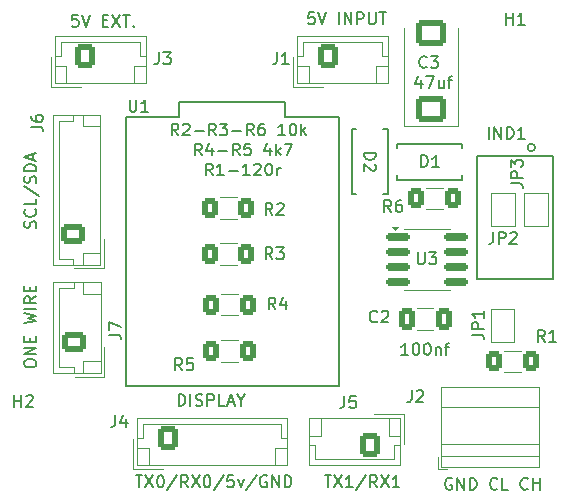
<source format=gto>
G04 #@! TF.GenerationSoftware,KiCad,Pcbnew,9.0.2-9.0.2-0~ubuntu24.04.1*
G04 #@! TF.CreationDate,2025-05-09T21:26:21+01:00*
G04 #@! TF.ProjectId,can-bus-kicad,63616e2d-6275-4732-9d6b-696361642e6b,rev?*
G04 #@! TF.SameCoordinates,Original*
G04 #@! TF.FileFunction,Legend,Top*
G04 #@! TF.FilePolarity,Positive*
%FSLAX46Y46*%
G04 Gerber Fmt 4.6, Leading zero omitted, Abs format (unit mm)*
G04 Created by KiCad (PCBNEW 9.0.2-9.0.2-0~ubuntu24.04.1) date 2025-05-09 21:26:21*
%MOMM*%
%LPD*%
G01*
G04 APERTURE LIST*
G04 Aperture macros list*
%AMRoundRect*
0 Rectangle with rounded corners*
0 $1 Rounding radius*
0 $2 $3 $4 $5 $6 $7 $8 $9 X,Y pos of 4 corners*
0 Add a 4 corners polygon primitive as box body*
4,1,4,$2,$3,$4,$5,$6,$7,$8,$9,$2,$3,0*
0 Add four circle primitives for the rounded corners*
1,1,$1+$1,$2,$3*
1,1,$1+$1,$4,$5*
1,1,$1+$1,$6,$7*
1,1,$1+$1,$8,$9*
0 Add four rect primitives between the rounded corners*
20,1,$1+$1,$2,$3,$4,$5,0*
20,1,$1+$1,$4,$5,$6,$7,0*
20,1,$1+$1,$6,$7,$8,$9,0*
20,1,$1+$1,$8,$9,$2,$3,0*%
%AMFreePoly0*
4,1,6,1.000000,0.000000,0.500000,-0.750000,-0.500000,-0.750000,-0.500000,0.750000,0.500000,0.750000,1.000000,0.000000,1.000000,0.000000,$1*%
%AMFreePoly1*
4,1,6,0.500000,-0.750000,-0.650000,-0.750000,-0.150000,0.000000,-0.650000,0.750000,0.500000,0.750000,0.500000,-0.750000,0.500000,-0.750000,$1*%
G04 Aperture macros list end*
%ADD10C,0.152400*%
%ADD11C,0.150000*%
%ADD12C,0.120000*%
%ADD13C,0.127000*%
%ADD14RoundRect,0.250000X0.725000X-0.600000X0.725000X0.600000X-0.725000X0.600000X-0.725000X-0.600000X0*%
%ADD15O,1.950000X1.700000*%
%ADD16RoundRect,0.250000X0.400000X0.625000X-0.400000X0.625000X-0.400000X-0.625000X0.400000X-0.625000X0*%
%ADD17RoundRect,0.250000X-0.600000X-0.725000X0.600000X-0.725000X0.600000X0.725000X-0.600000X0.725000X0*%
%ADD18O,1.700000X1.950000*%
%ADD19RoundRect,0.250000X-0.600000X-0.750000X0.600000X-0.750000X0.600000X0.750000X-0.600000X0.750000X0*%
%ADD20O,1.700000X2.000000*%
%ADD21C,0.800000*%
%ADD22C,7.000000*%
%ADD23R,1.803400X1.600200*%
%ADD24FreePoly0,270.000000*%
%ADD25FreePoly1,270.000000*%
%ADD26R,2.000000X2.000000*%
%ADD27C,2.000000*%
%ADD28R,1.000000X2.000000*%
%ADD29RoundRect,0.250000X0.600000X0.750000X-0.600000X0.750000X-0.600000X-0.750000X0.600000X-0.750000X0*%
%ADD30R,1.600200X1.803400*%
%ADD31RoundRect,0.250000X-0.400000X-0.625000X0.400000X-0.625000X0.400000X0.625000X-0.400000X0.625000X0*%
%ADD32C,1.804000*%
%ADD33RoundRect,0.250000X0.412500X0.650000X-0.412500X0.650000X-0.412500X-0.650000X0.412500X-0.650000X0*%
%ADD34FreePoly0,90.000000*%
%ADD35FreePoly1,90.000000*%
%ADD36RoundRect,0.250000X0.750000X-0.600000X0.750000X0.600000X-0.750000X0.600000X-0.750000X-0.600000X0*%
%ADD37O,2.000000X1.700000*%
%ADD38RoundRect,0.150000X-0.825000X-0.150000X0.825000X-0.150000X0.825000X0.150000X-0.825000X0.150000X0*%
%ADD39RoundRect,0.250001X1.044999X-0.872499X1.044999X0.872499X-1.044999X0.872499X-1.044999X-0.872499X0*%
G04 APERTURE END LIST*
D10*
X122495501Y-108269694D02*
X123066929Y-108269694D01*
X122781215Y-109269694D02*
X122781215Y-108269694D01*
X123305025Y-108269694D02*
X123971691Y-109269694D01*
X123971691Y-108269694D02*
X123305025Y-109269694D01*
X124876453Y-109269694D02*
X124305025Y-109269694D01*
X124590739Y-109269694D02*
X124590739Y-108269694D01*
X124590739Y-108269694D02*
X124495501Y-108412551D01*
X124495501Y-108412551D02*
X124400263Y-108507789D01*
X124400263Y-108507789D02*
X124305025Y-108555408D01*
X126019310Y-108222075D02*
X125162168Y-109507789D01*
X126924072Y-109269694D02*
X126590739Y-108793503D01*
X126352644Y-109269694D02*
X126352644Y-108269694D01*
X126352644Y-108269694D02*
X126733596Y-108269694D01*
X126733596Y-108269694D02*
X126828834Y-108317313D01*
X126828834Y-108317313D02*
X126876453Y-108364932D01*
X126876453Y-108364932D02*
X126924072Y-108460170D01*
X126924072Y-108460170D02*
X126924072Y-108603027D01*
X126924072Y-108603027D02*
X126876453Y-108698265D01*
X126876453Y-108698265D02*
X126828834Y-108745884D01*
X126828834Y-108745884D02*
X126733596Y-108793503D01*
X126733596Y-108793503D02*
X126352644Y-108793503D01*
X127257406Y-108269694D02*
X127924072Y-109269694D01*
X127924072Y-108269694D02*
X127257406Y-109269694D01*
X128828834Y-109269694D02*
X128257406Y-109269694D01*
X128543120Y-109269694D02*
X128543120Y-108269694D01*
X128543120Y-108269694D02*
X128447882Y-108412551D01*
X128447882Y-108412551D02*
X128352644Y-108507789D01*
X128352644Y-108507789D02*
X128257406Y-108555408D01*
X106495501Y-108269694D02*
X107066929Y-108269694D01*
X106781215Y-109269694D02*
X106781215Y-108269694D01*
X107305025Y-108269694D02*
X107971691Y-109269694D01*
X107971691Y-108269694D02*
X107305025Y-109269694D01*
X108543120Y-108269694D02*
X108638358Y-108269694D01*
X108638358Y-108269694D02*
X108733596Y-108317313D01*
X108733596Y-108317313D02*
X108781215Y-108364932D01*
X108781215Y-108364932D02*
X108828834Y-108460170D01*
X108828834Y-108460170D02*
X108876453Y-108650646D01*
X108876453Y-108650646D02*
X108876453Y-108888741D01*
X108876453Y-108888741D02*
X108828834Y-109079217D01*
X108828834Y-109079217D02*
X108781215Y-109174455D01*
X108781215Y-109174455D02*
X108733596Y-109222075D01*
X108733596Y-109222075D02*
X108638358Y-109269694D01*
X108638358Y-109269694D02*
X108543120Y-109269694D01*
X108543120Y-109269694D02*
X108447882Y-109222075D01*
X108447882Y-109222075D02*
X108400263Y-109174455D01*
X108400263Y-109174455D02*
X108352644Y-109079217D01*
X108352644Y-109079217D02*
X108305025Y-108888741D01*
X108305025Y-108888741D02*
X108305025Y-108650646D01*
X108305025Y-108650646D02*
X108352644Y-108460170D01*
X108352644Y-108460170D02*
X108400263Y-108364932D01*
X108400263Y-108364932D02*
X108447882Y-108317313D01*
X108447882Y-108317313D02*
X108543120Y-108269694D01*
X110019310Y-108222075D02*
X109162168Y-109507789D01*
X110924072Y-109269694D02*
X110590739Y-108793503D01*
X110352644Y-109269694D02*
X110352644Y-108269694D01*
X110352644Y-108269694D02*
X110733596Y-108269694D01*
X110733596Y-108269694D02*
X110828834Y-108317313D01*
X110828834Y-108317313D02*
X110876453Y-108364932D01*
X110876453Y-108364932D02*
X110924072Y-108460170D01*
X110924072Y-108460170D02*
X110924072Y-108603027D01*
X110924072Y-108603027D02*
X110876453Y-108698265D01*
X110876453Y-108698265D02*
X110828834Y-108745884D01*
X110828834Y-108745884D02*
X110733596Y-108793503D01*
X110733596Y-108793503D02*
X110352644Y-108793503D01*
X111257406Y-108269694D02*
X111924072Y-109269694D01*
X111924072Y-108269694D02*
X111257406Y-109269694D01*
X112495501Y-108269694D02*
X112590739Y-108269694D01*
X112590739Y-108269694D02*
X112685977Y-108317313D01*
X112685977Y-108317313D02*
X112733596Y-108364932D01*
X112733596Y-108364932D02*
X112781215Y-108460170D01*
X112781215Y-108460170D02*
X112828834Y-108650646D01*
X112828834Y-108650646D02*
X112828834Y-108888741D01*
X112828834Y-108888741D02*
X112781215Y-109079217D01*
X112781215Y-109079217D02*
X112733596Y-109174455D01*
X112733596Y-109174455D02*
X112685977Y-109222075D01*
X112685977Y-109222075D02*
X112590739Y-109269694D01*
X112590739Y-109269694D02*
X112495501Y-109269694D01*
X112495501Y-109269694D02*
X112400263Y-109222075D01*
X112400263Y-109222075D02*
X112352644Y-109174455D01*
X112352644Y-109174455D02*
X112305025Y-109079217D01*
X112305025Y-109079217D02*
X112257406Y-108888741D01*
X112257406Y-108888741D02*
X112257406Y-108650646D01*
X112257406Y-108650646D02*
X112305025Y-108460170D01*
X112305025Y-108460170D02*
X112352644Y-108364932D01*
X112352644Y-108364932D02*
X112400263Y-108317313D01*
X112400263Y-108317313D02*
X112495501Y-108269694D01*
X113971691Y-108222075D02*
X113114549Y-109507789D01*
X114781215Y-108269694D02*
X114305025Y-108269694D01*
X114305025Y-108269694D02*
X114257406Y-108745884D01*
X114257406Y-108745884D02*
X114305025Y-108698265D01*
X114305025Y-108698265D02*
X114400263Y-108650646D01*
X114400263Y-108650646D02*
X114638358Y-108650646D01*
X114638358Y-108650646D02*
X114733596Y-108698265D01*
X114733596Y-108698265D02*
X114781215Y-108745884D01*
X114781215Y-108745884D02*
X114828834Y-108841122D01*
X114828834Y-108841122D02*
X114828834Y-109079217D01*
X114828834Y-109079217D02*
X114781215Y-109174455D01*
X114781215Y-109174455D02*
X114733596Y-109222075D01*
X114733596Y-109222075D02*
X114638358Y-109269694D01*
X114638358Y-109269694D02*
X114400263Y-109269694D01*
X114400263Y-109269694D02*
X114305025Y-109222075D01*
X114305025Y-109222075D02*
X114257406Y-109174455D01*
X115162168Y-108603027D02*
X115400263Y-109269694D01*
X115400263Y-109269694D02*
X115638358Y-108603027D01*
X116733596Y-108222075D02*
X115876454Y-109507789D01*
X117590739Y-108317313D02*
X117495501Y-108269694D01*
X117495501Y-108269694D02*
X117352644Y-108269694D01*
X117352644Y-108269694D02*
X117209787Y-108317313D01*
X117209787Y-108317313D02*
X117114549Y-108412551D01*
X117114549Y-108412551D02*
X117066930Y-108507789D01*
X117066930Y-108507789D02*
X117019311Y-108698265D01*
X117019311Y-108698265D02*
X117019311Y-108841122D01*
X117019311Y-108841122D02*
X117066930Y-109031598D01*
X117066930Y-109031598D02*
X117114549Y-109126836D01*
X117114549Y-109126836D02*
X117209787Y-109222075D01*
X117209787Y-109222075D02*
X117352644Y-109269694D01*
X117352644Y-109269694D02*
X117447882Y-109269694D01*
X117447882Y-109269694D02*
X117590739Y-109222075D01*
X117590739Y-109222075D02*
X117638358Y-109174455D01*
X117638358Y-109174455D02*
X117638358Y-108841122D01*
X117638358Y-108841122D02*
X117447882Y-108841122D01*
X118066930Y-109269694D02*
X118066930Y-108269694D01*
X118066930Y-108269694D02*
X118638358Y-109269694D01*
X118638358Y-109269694D02*
X118638358Y-108269694D01*
X119114549Y-109269694D02*
X119114549Y-108269694D01*
X119114549Y-108269694D02*
X119352644Y-108269694D01*
X119352644Y-108269694D02*
X119495501Y-108317313D01*
X119495501Y-108317313D02*
X119590739Y-108412551D01*
X119590739Y-108412551D02*
X119638358Y-108507789D01*
X119638358Y-108507789D02*
X119685977Y-108698265D01*
X119685977Y-108698265D02*
X119685977Y-108841122D01*
X119685977Y-108841122D02*
X119638358Y-109031598D01*
X119638358Y-109031598D02*
X119590739Y-109126836D01*
X119590739Y-109126836D02*
X119495501Y-109222075D01*
X119495501Y-109222075D02*
X119352644Y-109269694D01*
X119352644Y-109269694D02*
X119114549Y-109269694D01*
X110138358Y-102369694D02*
X110138358Y-101369694D01*
X110138358Y-101369694D02*
X110376453Y-101369694D01*
X110376453Y-101369694D02*
X110519310Y-101417313D01*
X110519310Y-101417313D02*
X110614548Y-101512551D01*
X110614548Y-101512551D02*
X110662167Y-101607789D01*
X110662167Y-101607789D02*
X110709786Y-101798265D01*
X110709786Y-101798265D02*
X110709786Y-101941122D01*
X110709786Y-101941122D02*
X110662167Y-102131598D01*
X110662167Y-102131598D02*
X110614548Y-102226836D01*
X110614548Y-102226836D02*
X110519310Y-102322075D01*
X110519310Y-102322075D02*
X110376453Y-102369694D01*
X110376453Y-102369694D02*
X110138358Y-102369694D01*
X111138358Y-102369694D02*
X111138358Y-101369694D01*
X111566929Y-102322075D02*
X111709786Y-102369694D01*
X111709786Y-102369694D02*
X111947881Y-102369694D01*
X111947881Y-102369694D02*
X112043119Y-102322075D01*
X112043119Y-102322075D02*
X112090738Y-102274455D01*
X112090738Y-102274455D02*
X112138357Y-102179217D01*
X112138357Y-102179217D02*
X112138357Y-102083979D01*
X112138357Y-102083979D02*
X112090738Y-101988741D01*
X112090738Y-101988741D02*
X112043119Y-101941122D01*
X112043119Y-101941122D02*
X111947881Y-101893503D01*
X111947881Y-101893503D02*
X111757405Y-101845884D01*
X111757405Y-101845884D02*
X111662167Y-101798265D01*
X111662167Y-101798265D02*
X111614548Y-101750646D01*
X111614548Y-101750646D02*
X111566929Y-101655408D01*
X111566929Y-101655408D02*
X111566929Y-101560170D01*
X111566929Y-101560170D02*
X111614548Y-101464932D01*
X111614548Y-101464932D02*
X111662167Y-101417313D01*
X111662167Y-101417313D02*
X111757405Y-101369694D01*
X111757405Y-101369694D02*
X111995500Y-101369694D01*
X111995500Y-101369694D02*
X112138357Y-101417313D01*
X112566929Y-102369694D02*
X112566929Y-101369694D01*
X112566929Y-101369694D02*
X112947881Y-101369694D01*
X112947881Y-101369694D02*
X113043119Y-101417313D01*
X113043119Y-101417313D02*
X113090738Y-101464932D01*
X113090738Y-101464932D02*
X113138357Y-101560170D01*
X113138357Y-101560170D02*
X113138357Y-101703027D01*
X113138357Y-101703027D02*
X113090738Y-101798265D01*
X113090738Y-101798265D02*
X113043119Y-101845884D01*
X113043119Y-101845884D02*
X112947881Y-101893503D01*
X112947881Y-101893503D02*
X112566929Y-101893503D01*
X114043119Y-102369694D02*
X113566929Y-102369694D01*
X113566929Y-102369694D02*
X113566929Y-101369694D01*
X114328834Y-102083979D02*
X114805024Y-102083979D01*
X114233596Y-102369694D02*
X114566929Y-101369694D01*
X114566929Y-101369694D02*
X114900262Y-102369694D01*
X115424072Y-101893503D02*
X115424072Y-102369694D01*
X115090739Y-101369694D02*
X115424072Y-101893503D01*
X115424072Y-101893503D02*
X115757405Y-101369694D01*
X112109786Y-81169694D02*
X111776453Y-80693503D01*
X111538358Y-81169694D02*
X111538358Y-80169694D01*
X111538358Y-80169694D02*
X111919310Y-80169694D01*
X111919310Y-80169694D02*
X112014548Y-80217313D01*
X112014548Y-80217313D02*
X112062167Y-80264932D01*
X112062167Y-80264932D02*
X112109786Y-80360170D01*
X112109786Y-80360170D02*
X112109786Y-80503027D01*
X112109786Y-80503027D02*
X112062167Y-80598265D01*
X112062167Y-80598265D02*
X112014548Y-80645884D01*
X112014548Y-80645884D02*
X111919310Y-80693503D01*
X111919310Y-80693503D02*
X111538358Y-80693503D01*
X112966929Y-80503027D02*
X112966929Y-81169694D01*
X112728834Y-80122075D02*
X112490739Y-80836360D01*
X112490739Y-80836360D02*
X113109786Y-80836360D01*
X113490739Y-80788741D02*
X114252644Y-80788741D01*
X115300262Y-81169694D02*
X114966929Y-80693503D01*
X114728834Y-81169694D02*
X114728834Y-80169694D01*
X114728834Y-80169694D02*
X115109786Y-80169694D01*
X115109786Y-80169694D02*
X115205024Y-80217313D01*
X115205024Y-80217313D02*
X115252643Y-80264932D01*
X115252643Y-80264932D02*
X115300262Y-80360170D01*
X115300262Y-80360170D02*
X115300262Y-80503027D01*
X115300262Y-80503027D02*
X115252643Y-80598265D01*
X115252643Y-80598265D02*
X115205024Y-80645884D01*
X115205024Y-80645884D02*
X115109786Y-80693503D01*
X115109786Y-80693503D02*
X114728834Y-80693503D01*
X116205024Y-80169694D02*
X115728834Y-80169694D01*
X115728834Y-80169694D02*
X115681215Y-80645884D01*
X115681215Y-80645884D02*
X115728834Y-80598265D01*
X115728834Y-80598265D02*
X115824072Y-80550646D01*
X115824072Y-80550646D02*
X116062167Y-80550646D01*
X116062167Y-80550646D02*
X116157405Y-80598265D01*
X116157405Y-80598265D02*
X116205024Y-80645884D01*
X116205024Y-80645884D02*
X116252643Y-80741122D01*
X116252643Y-80741122D02*
X116252643Y-80979217D01*
X116252643Y-80979217D02*
X116205024Y-81074455D01*
X116205024Y-81074455D02*
X116157405Y-81122075D01*
X116157405Y-81122075D02*
X116062167Y-81169694D01*
X116062167Y-81169694D02*
X115824072Y-81169694D01*
X115824072Y-81169694D02*
X115728834Y-81122075D01*
X115728834Y-81122075D02*
X115681215Y-81074455D01*
X117871691Y-80503027D02*
X117871691Y-81169694D01*
X117633596Y-80122075D02*
X117395501Y-80836360D01*
X117395501Y-80836360D02*
X118014548Y-80836360D01*
X118395501Y-81169694D02*
X118395501Y-80169694D01*
X118490739Y-80788741D02*
X118776453Y-81169694D01*
X118776453Y-80503027D02*
X118395501Y-80883979D01*
X119109787Y-80169694D02*
X119776453Y-80169694D01*
X119776453Y-80169694D02*
X119347882Y-81169694D01*
X113009786Y-82869694D02*
X112676453Y-82393503D01*
X112438358Y-82869694D02*
X112438358Y-81869694D01*
X112438358Y-81869694D02*
X112819310Y-81869694D01*
X112819310Y-81869694D02*
X112914548Y-81917313D01*
X112914548Y-81917313D02*
X112962167Y-81964932D01*
X112962167Y-81964932D02*
X113009786Y-82060170D01*
X113009786Y-82060170D02*
X113009786Y-82203027D01*
X113009786Y-82203027D02*
X112962167Y-82298265D01*
X112962167Y-82298265D02*
X112914548Y-82345884D01*
X112914548Y-82345884D02*
X112819310Y-82393503D01*
X112819310Y-82393503D02*
X112438358Y-82393503D01*
X113962167Y-82869694D02*
X113390739Y-82869694D01*
X113676453Y-82869694D02*
X113676453Y-81869694D01*
X113676453Y-81869694D02*
X113581215Y-82012551D01*
X113581215Y-82012551D02*
X113485977Y-82107789D01*
X113485977Y-82107789D02*
X113390739Y-82155408D01*
X114390739Y-82488741D02*
X115152644Y-82488741D01*
X116152643Y-82869694D02*
X115581215Y-82869694D01*
X115866929Y-82869694D02*
X115866929Y-81869694D01*
X115866929Y-81869694D02*
X115771691Y-82012551D01*
X115771691Y-82012551D02*
X115676453Y-82107789D01*
X115676453Y-82107789D02*
X115581215Y-82155408D01*
X116533596Y-81964932D02*
X116581215Y-81917313D01*
X116581215Y-81917313D02*
X116676453Y-81869694D01*
X116676453Y-81869694D02*
X116914548Y-81869694D01*
X116914548Y-81869694D02*
X117009786Y-81917313D01*
X117009786Y-81917313D02*
X117057405Y-81964932D01*
X117057405Y-81964932D02*
X117105024Y-82060170D01*
X117105024Y-82060170D02*
X117105024Y-82155408D01*
X117105024Y-82155408D02*
X117057405Y-82298265D01*
X117057405Y-82298265D02*
X116485977Y-82869694D01*
X116485977Y-82869694D02*
X117105024Y-82869694D01*
X117724072Y-81869694D02*
X117819310Y-81869694D01*
X117819310Y-81869694D02*
X117914548Y-81917313D01*
X117914548Y-81917313D02*
X117962167Y-81964932D01*
X117962167Y-81964932D02*
X118009786Y-82060170D01*
X118009786Y-82060170D02*
X118057405Y-82250646D01*
X118057405Y-82250646D02*
X118057405Y-82488741D01*
X118057405Y-82488741D02*
X118009786Y-82679217D01*
X118009786Y-82679217D02*
X117962167Y-82774455D01*
X117962167Y-82774455D02*
X117914548Y-82822075D01*
X117914548Y-82822075D02*
X117819310Y-82869694D01*
X117819310Y-82869694D02*
X117724072Y-82869694D01*
X117724072Y-82869694D02*
X117628834Y-82822075D01*
X117628834Y-82822075D02*
X117581215Y-82774455D01*
X117581215Y-82774455D02*
X117533596Y-82679217D01*
X117533596Y-82679217D02*
X117485977Y-82488741D01*
X117485977Y-82488741D02*
X117485977Y-82250646D01*
X117485977Y-82250646D02*
X117533596Y-82060170D01*
X117533596Y-82060170D02*
X117581215Y-81964932D01*
X117581215Y-81964932D02*
X117628834Y-81917313D01*
X117628834Y-81917313D02*
X117724072Y-81869694D01*
X118485977Y-82869694D02*
X118485977Y-82203027D01*
X118485977Y-82393503D02*
X118533596Y-82298265D01*
X118533596Y-82298265D02*
X118581215Y-82250646D01*
X118581215Y-82250646D02*
X118676453Y-82203027D01*
X118676453Y-82203027D02*
X118771691Y-82203027D01*
X121614548Y-69069694D02*
X121138358Y-69069694D01*
X121138358Y-69069694D02*
X121090739Y-69545884D01*
X121090739Y-69545884D02*
X121138358Y-69498265D01*
X121138358Y-69498265D02*
X121233596Y-69450646D01*
X121233596Y-69450646D02*
X121471691Y-69450646D01*
X121471691Y-69450646D02*
X121566929Y-69498265D01*
X121566929Y-69498265D02*
X121614548Y-69545884D01*
X121614548Y-69545884D02*
X121662167Y-69641122D01*
X121662167Y-69641122D02*
X121662167Y-69879217D01*
X121662167Y-69879217D02*
X121614548Y-69974455D01*
X121614548Y-69974455D02*
X121566929Y-70022075D01*
X121566929Y-70022075D02*
X121471691Y-70069694D01*
X121471691Y-70069694D02*
X121233596Y-70069694D01*
X121233596Y-70069694D02*
X121138358Y-70022075D01*
X121138358Y-70022075D02*
X121090739Y-69974455D01*
X121947882Y-69069694D02*
X122281215Y-70069694D01*
X122281215Y-70069694D02*
X122614548Y-69069694D01*
X123709787Y-70069694D02*
X123709787Y-69069694D01*
X124185977Y-70069694D02*
X124185977Y-69069694D01*
X124185977Y-69069694D02*
X124757405Y-70069694D01*
X124757405Y-70069694D02*
X124757405Y-69069694D01*
X125233596Y-70069694D02*
X125233596Y-69069694D01*
X125233596Y-69069694D02*
X125614548Y-69069694D01*
X125614548Y-69069694D02*
X125709786Y-69117313D01*
X125709786Y-69117313D02*
X125757405Y-69164932D01*
X125757405Y-69164932D02*
X125805024Y-69260170D01*
X125805024Y-69260170D02*
X125805024Y-69403027D01*
X125805024Y-69403027D02*
X125757405Y-69498265D01*
X125757405Y-69498265D02*
X125709786Y-69545884D01*
X125709786Y-69545884D02*
X125614548Y-69593503D01*
X125614548Y-69593503D02*
X125233596Y-69593503D01*
X126233596Y-69069694D02*
X126233596Y-69879217D01*
X126233596Y-69879217D02*
X126281215Y-69974455D01*
X126281215Y-69974455D02*
X126328834Y-70022075D01*
X126328834Y-70022075D02*
X126424072Y-70069694D01*
X126424072Y-70069694D02*
X126614548Y-70069694D01*
X126614548Y-70069694D02*
X126709786Y-70022075D01*
X126709786Y-70022075D02*
X126757405Y-69974455D01*
X126757405Y-69974455D02*
X126805024Y-69879217D01*
X126805024Y-69879217D02*
X126805024Y-69069694D01*
X127138358Y-69069694D02*
X127709786Y-69069694D01*
X127424072Y-70069694D02*
X127424072Y-69069694D01*
X130666929Y-74803027D02*
X130666929Y-75469694D01*
X130428834Y-74422075D02*
X130190739Y-75136360D01*
X130190739Y-75136360D02*
X130809786Y-75136360D01*
X131095501Y-74469694D02*
X131762167Y-74469694D01*
X131762167Y-74469694D02*
X131333596Y-75469694D01*
X132571691Y-74803027D02*
X132571691Y-75469694D01*
X132143120Y-74803027D02*
X132143120Y-75326836D01*
X132143120Y-75326836D02*
X132190739Y-75422075D01*
X132190739Y-75422075D02*
X132285977Y-75469694D01*
X132285977Y-75469694D02*
X132428834Y-75469694D01*
X132428834Y-75469694D02*
X132524072Y-75422075D01*
X132524072Y-75422075D02*
X132571691Y-75374455D01*
X132905025Y-74803027D02*
X133285977Y-74803027D01*
X133047882Y-75469694D02*
X133047882Y-74612551D01*
X133047882Y-74612551D02*
X133095501Y-74517313D01*
X133095501Y-74517313D02*
X133190739Y-74469694D01*
X133190739Y-74469694D02*
X133285977Y-74469694D01*
X97069694Y-98871165D02*
X97069694Y-98680689D01*
X97069694Y-98680689D02*
X97117313Y-98585451D01*
X97117313Y-98585451D02*
X97212551Y-98490213D01*
X97212551Y-98490213D02*
X97403027Y-98442594D01*
X97403027Y-98442594D02*
X97736360Y-98442594D01*
X97736360Y-98442594D02*
X97926836Y-98490213D01*
X97926836Y-98490213D02*
X98022075Y-98585451D01*
X98022075Y-98585451D02*
X98069694Y-98680689D01*
X98069694Y-98680689D02*
X98069694Y-98871165D01*
X98069694Y-98871165D02*
X98022075Y-98966403D01*
X98022075Y-98966403D02*
X97926836Y-99061641D01*
X97926836Y-99061641D02*
X97736360Y-99109260D01*
X97736360Y-99109260D02*
X97403027Y-99109260D01*
X97403027Y-99109260D02*
X97212551Y-99061641D01*
X97212551Y-99061641D02*
X97117313Y-98966403D01*
X97117313Y-98966403D02*
X97069694Y-98871165D01*
X98069694Y-98014022D02*
X97069694Y-98014022D01*
X97069694Y-98014022D02*
X98069694Y-97442594D01*
X98069694Y-97442594D02*
X97069694Y-97442594D01*
X97545884Y-96966403D02*
X97545884Y-96633070D01*
X98069694Y-96490213D02*
X98069694Y-96966403D01*
X98069694Y-96966403D02*
X97069694Y-96966403D01*
X97069694Y-96966403D02*
X97069694Y-96490213D01*
X97069694Y-95394974D02*
X98069694Y-95156879D01*
X98069694Y-95156879D02*
X97355408Y-94966403D01*
X97355408Y-94966403D02*
X98069694Y-94775927D01*
X98069694Y-94775927D02*
X97069694Y-94537832D01*
X98069694Y-94156879D02*
X97069694Y-94156879D01*
X98069694Y-93109261D02*
X97593503Y-93442594D01*
X98069694Y-93680689D02*
X97069694Y-93680689D01*
X97069694Y-93680689D02*
X97069694Y-93299737D01*
X97069694Y-93299737D02*
X97117313Y-93204499D01*
X97117313Y-93204499D02*
X97164932Y-93156880D01*
X97164932Y-93156880D02*
X97260170Y-93109261D01*
X97260170Y-93109261D02*
X97403027Y-93109261D01*
X97403027Y-93109261D02*
X97498265Y-93156880D01*
X97498265Y-93156880D02*
X97545884Y-93204499D01*
X97545884Y-93204499D02*
X97593503Y-93299737D01*
X97593503Y-93299737D02*
X97593503Y-93680689D01*
X97545884Y-92680689D02*
X97545884Y-92347356D01*
X98069694Y-92204499D02*
X98069694Y-92680689D01*
X98069694Y-92680689D02*
X97069694Y-92680689D01*
X97069694Y-92680689D02*
X97069694Y-92204499D01*
X129562167Y-98069694D02*
X128990739Y-98069694D01*
X129276453Y-98069694D02*
X129276453Y-97069694D01*
X129276453Y-97069694D02*
X129181215Y-97212551D01*
X129181215Y-97212551D02*
X129085977Y-97307789D01*
X129085977Y-97307789D02*
X128990739Y-97355408D01*
X130181215Y-97069694D02*
X130276453Y-97069694D01*
X130276453Y-97069694D02*
X130371691Y-97117313D01*
X130371691Y-97117313D02*
X130419310Y-97164932D01*
X130419310Y-97164932D02*
X130466929Y-97260170D01*
X130466929Y-97260170D02*
X130514548Y-97450646D01*
X130514548Y-97450646D02*
X130514548Y-97688741D01*
X130514548Y-97688741D02*
X130466929Y-97879217D01*
X130466929Y-97879217D02*
X130419310Y-97974455D01*
X130419310Y-97974455D02*
X130371691Y-98022075D01*
X130371691Y-98022075D02*
X130276453Y-98069694D01*
X130276453Y-98069694D02*
X130181215Y-98069694D01*
X130181215Y-98069694D02*
X130085977Y-98022075D01*
X130085977Y-98022075D02*
X130038358Y-97974455D01*
X130038358Y-97974455D02*
X129990739Y-97879217D01*
X129990739Y-97879217D02*
X129943120Y-97688741D01*
X129943120Y-97688741D02*
X129943120Y-97450646D01*
X129943120Y-97450646D02*
X129990739Y-97260170D01*
X129990739Y-97260170D02*
X130038358Y-97164932D01*
X130038358Y-97164932D02*
X130085977Y-97117313D01*
X130085977Y-97117313D02*
X130181215Y-97069694D01*
X131133596Y-97069694D02*
X131228834Y-97069694D01*
X131228834Y-97069694D02*
X131324072Y-97117313D01*
X131324072Y-97117313D02*
X131371691Y-97164932D01*
X131371691Y-97164932D02*
X131419310Y-97260170D01*
X131419310Y-97260170D02*
X131466929Y-97450646D01*
X131466929Y-97450646D02*
X131466929Y-97688741D01*
X131466929Y-97688741D02*
X131419310Y-97879217D01*
X131419310Y-97879217D02*
X131371691Y-97974455D01*
X131371691Y-97974455D02*
X131324072Y-98022075D01*
X131324072Y-98022075D02*
X131228834Y-98069694D01*
X131228834Y-98069694D02*
X131133596Y-98069694D01*
X131133596Y-98069694D02*
X131038358Y-98022075D01*
X131038358Y-98022075D02*
X130990739Y-97974455D01*
X130990739Y-97974455D02*
X130943120Y-97879217D01*
X130943120Y-97879217D02*
X130895501Y-97688741D01*
X130895501Y-97688741D02*
X130895501Y-97450646D01*
X130895501Y-97450646D02*
X130943120Y-97260170D01*
X130943120Y-97260170D02*
X130990739Y-97164932D01*
X130990739Y-97164932D02*
X131038358Y-97117313D01*
X131038358Y-97117313D02*
X131133596Y-97069694D01*
X131895501Y-97403027D02*
X131895501Y-98069694D01*
X131895501Y-97498265D02*
X131943120Y-97450646D01*
X131943120Y-97450646D02*
X132038358Y-97403027D01*
X132038358Y-97403027D02*
X132181215Y-97403027D01*
X132181215Y-97403027D02*
X132276453Y-97450646D01*
X132276453Y-97450646D02*
X132324072Y-97545884D01*
X132324072Y-97545884D02*
X132324072Y-98069694D01*
X132657406Y-97403027D02*
X133038358Y-97403027D01*
X132800263Y-98069694D02*
X132800263Y-97212551D01*
X132800263Y-97212551D02*
X132847882Y-97117313D01*
X132847882Y-97117313D02*
X132943120Y-97069694D01*
X132943120Y-97069694D02*
X133038358Y-97069694D01*
X98022075Y-87309260D02*
X98069694Y-87166403D01*
X98069694Y-87166403D02*
X98069694Y-86928308D01*
X98069694Y-86928308D02*
X98022075Y-86833070D01*
X98022075Y-86833070D02*
X97974455Y-86785451D01*
X97974455Y-86785451D02*
X97879217Y-86737832D01*
X97879217Y-86737832D02*
X97783979Y-86737832D01*
X97783979Y-86737832D02*
X97688741Y-86785451D01*
X97688741Y-86785451D02*
X97641122Y-86833070D01*
X97641122Y-86833070D02*
X97593503Y-86928308D01*
X97593503Y-86928308D02*
X97545884Y-87118784D01*
X97545884Y-87118784D02*
X97498265Y-87214022D01*
X97498265Y-87214022D02*
X97450646Y-87261641D01*
X97450646Y-87261641D02*
X97355408Y-87309260D01*
X97355408Y-87309260D02*
X97260170Y-87309260D01*
X97260170Y-87309260D02*
X97164932Y-87261641D01*
X97164932Y-87261641D02*
X97117313Y-87214022D01*
X97117313Y-87214022D02*
X97069694Y-87118784D01*
X97069694Y-87118784D02*
X97069694Y-86880689D01*
X97069694Y-86880689D02*
X97117313Y-86737832D01*
X97974455Y-85737832D02*
X98022075Y-85785451D01*
X98022075Y-85785451D02*
X98069694Y-85928308D01*
X98069694Y-85928308D02*
X98069694Y-86023546D01*
X98069694Y-86023546D02*
X98022075Y-86166403D01*
X98022075Y-86166403D02*
X97926836Y-86261641D01*
X97926836Y-86261641D02*
X97831598Y-86309260D01*
X97831598Y-86309260D02*
X97641122Y-86356879D01*
X97641122Y-86356879D02*
X97498265Y-86356879D01*
X97498265Y-86356879D02*
X97307789Y-86309260D01*
X97307789Y-86309260D02*
X97212551Y-86261641D01*
X97212551Y-86261641D02*
X97117313Y-86166403D01*
X97117313Y-86166403D02*
X97069694Y-86023546D01*
X97069694Y-86023546D02*
X97069694Y-85928308D01*
X97069694Y-85928308D02*
X97117313Y-85785451D01*
X97117313Y-85785451D02*
X97164932Y-85737832D01*
X98069694Y-84833070D02*
X98069694Y-85309260D01*
X98069694Y-85309260D02*
X97069694Y-85309260D01*
X97022075Y-83785451D02*
X98307789Y-84642593D01*
X98022075Y-83499736D02*
X98069694Y-83356879D01*
X98069694Y-83356879D02*
X98069694Y-83118784D01*
X98069694Y-83118784D02*
X98022075Y-83023546D01*
X98022075Y-83023546D02*
X97974455Y-82975927D01*
X97974455Y-82975927D02*
X97879217Y-82928308D01*
X97879217Y-82928308D02*
X97783979Y-82928308D01*
X97783979Y-82928308D02*
X97688741Y-82975927D01*
X97688741Y-82975927D02*
X97641122Y-83023546D01*
X97641122Y-83023546D02*
X97593503Y-83118784D01*
X97593503Y-83118784D02*
X97545884Y-83309260D01*
X97545884Y-83309260D02*
X97498265Y-83404498D01*
X97498265Y-83404498D02*
X97450646Y-83452117D01*
X97450646Y-83452117D02*
X97355408Y-83499736D01*
X97355408Y-83499736D02*
X97260170Y-83499736D01*
X97260170Y-83499736D02*
X97164932Y-83452117D01*
X97164932Y-83452117D02*
X97117313Y-83404498D01*
X97117313Y-83404498D02*
X97069694Y-83309260D01*
X97069694Y-83309260D02*
X97069694Y-83071165D01*
X97069694Y-83071165D02*
X97117313Y-82928308D01*
X98069694Y-82499736D02*
X97069694Y-82499736D01*
X97069694Y-82499736D02*
X97069694Y-82261641D01*
X97069694Y-82261641D02*
X97117313Y-82118784D01*
X97117313Y-82118784D02*
X97212551Y-82023546D01*
X97212551Y-82023546D02*
X97307789Y-81975927D01*
X97307789Y-81975927D02*
X97498265Y-81928308D01*
X97498265Y-81928308D02*
X97641122Y-81928308D01*
X97641122Y-81928308D02*
X97831598Y-81975927D01*
X97831598Y-81975927D02*
X97926836Y-82023546D01*
X97926836Y-82023546D02*
X98022075Y-82118784D01*
X98022075Y-82118784D02*
X98069694Y-82261641D01*
X98069694Y-82261641D02*
X98069694Y-82499736D01*
X97783979Y-81547355D02*
X97783979Y-81071165D01*
X98069694Y-81642593D02*
X97069694Y-81309260D01*
X97069694Y-81309260D02*
X98069694Y-80975927D01*
X133262167Y-108517313D02*
X133166929Y-108469694D01*
X133166929Y-108469694D02*
X133024072Y-108469694D01*
X133024072Y-108469694D02*
X132881215Y-108517313D01*
X132881215Y-108517313D02*
X132785977Y-108612551D01*
X132785977Y-108612551D02*
X132738358Y-108707789D01*
X132738358Y-108707789D02*
X132690739Y-108898265D01*
X132690739Y-108898265D02*
X132690739Y-109041122D01*
X132690739Y-109041122D02*
X132738358Y-109231598D01*
X132738358Y-109231598D02*
X132785977Y-109326836D01*
X132785977Y-109326836D02*
X132881215Y-109422075D01*
X132881215Y-109422075D02*
X133024072Y-109469694D01*
X133024072Y-109469694D02*
X133119310Y-109469694D01*
X133119310Y-109469694D02*
X133262167Y-109422075D01*
X133262167Y-109422075D02*
X133309786Y-109374455D01*
X133309786Y-109374455D02*
X133309786Y-109041122D01*
X133309786Y-109041122D02*
X133119310Y-109041122D01*
X133738358Y-109469694D02*
X133738358Y-108469694D01*
X133738358Y-108469694D02*
X134309786Y-109469694D01*
X134309786Y-109469694D02*
X134309786Y-108469694D01*
X134785977Y-109469694D02*
X134785977Y-108469694D01*
X134785977Y-108469694D02*
X135024072Y-108469694D01*
X135024072Y-108469694D02*
X135166929Y-108517313D01*
X135166929Y-108517313D02*
X135262167Y-108612551D01*
X135262167Y-108612551D02*
X135309786Y-108707789D01*
X135309786Y-108707789D02*
X135357405Y-108898265D01*
X135357405Y-108898265D02*
X135357405Y-109041122D01*
X135357405Y-109041122D02*
X135309786Y-109231598D01*
X135309786Y-109231598D02*
X135262167Y-109326836D01*
X135262167Y-109326836D02*
X135166929Y-109422075D01*
X135166929Y-109422075D02*
X135024072Y-109469694D01*
X135024072Y-109469694D02*
X134785977Y-109469694D01*
X137119310Y-109374455D02*
X137071691Y-109422075D01*
X137071691Y-109422075D02*
X136928834Y-109469694D01*
X136928834Y-109469694D02*
X136833596Y-109469694D01*
X136833596Y-109469694D02*
X136690739Y-109422075D01*
X136690739Y-109422075D02*
X136595501Y-109326836D01*
X136595501Y-109326836D02*
X136547882Y-109231598D01*
X136547882Y-109231598D02*
X136500263Y-109041122D01*
X136500263Y-109041122D02*
X136500263Y-108898265D01*
X136500263Y-108898265D02*
X136547882Y-108707789D01*
X136547882Y-108707789D02*
X136595501Y-108612551D01*
X136595501Y-108612551D02*
X136690739Y-108517313D01*
X136690739Y-108517313D02*
X136833596Y-108469694D01*
X136833596Y-108469694D02*
X136928834Y-108469694D01*
X136928834Y-108469694D02*
X137071691Y-108517313D01*
X137071691Y-108517313D02*
X137119310Y-108564932D01*
X138024072Y-109469694D02*
X137547882Y-109469694D01*
X137547882Y-109469694D02*
X137547882Y-108469694D01*
X139690739Y-109374455D02*
X139643120Y-109422075D01*
X139643120Y-109422075D02*
X139500263Y-109469694D01*
X139500263Y-109469694D02*
X139405025Y-109469694D01*
X139405025Y-109469694D02*
X139262168Y-109422075D01*
X139262168Y-109422075D02*
X139166930Y-109326836D01*
X139166930Y-109326836D02*
X139119311Y-109231598D01*
X139119311Y-109231598D02*
X139071692Y-109041122D01*
X139071692Y-109041122D02*
X139071692Y-108898265D01*
X139071692Y-108898265D02*
X139119311Y-108707789D01*
X139119311Y-108707789D02*
X139166930Y-108612551D01*
X139166930Y-108612551D02*
X139262168Y-108517313D01*
X139262168Y-108517313D02*
X139405025Y-108469694D01*
X139405025Y-108469694D02*
X139500263Y-108469694D01*
X139500263Y-108469694D02*
X139643120Y-108517313D01*
X139643120Y-108517313D02*
X139690739Y-108564932D01*
X140119311Y-109469694D02*
X140119311Y-108469694D01*
X140119311Y-108945884D02*
X140690739Y-108945884D01*
X140690739Y-109469694D02*
X140690739Y-108469694D01*
X110109786Y-79469694D02*
X109776453Y-78993503D01*
X109538358Y-79469694D02*
X109538358Y-78469694D01*
X109538358Y-78469694D02*
X109919310Y-78469694D01*
X109919310Y-78469694D02*
X110014548Y-78517313D01*
X110014548Y-78517313D02*
X110062167Y-78564932D01*
X110062167Y-78564932D02*
X110109786Y-78660170D01*
X110109786Y-78660170D02*
X110109786Y-78803027D01*
X110109786Y-78803027D02*
X110062167Y-78898265D01*
X110062167Y-78898265D02*
X110014548Y-78945884D01*
X110014548Y-78945884D02*
X109919310Y-78993503D01*
X109919310Y-78993503D02*
X109538358Y-78993503D01*
X110490739Y-78564932D02*
X110538358Y-78517313D01*
X110538358Y-78517313D02*
X110633596Y-78469694D01*
X110633596Y-78469694D02*
X110871691Y-78469694D01*
X110871691Y-78469694D02*
X110966929Y-78517313D01*
X110966929Y-78517313D02*
X111014548Y-78564932D01*
X111014548Y-78564932D02*
X111062167Y-78660170D01*
X111062167Y-78660170D02*
X111062167Y-78755408D01*
X111062167Y-78755408D02*
X111014548Y-78898265D01*
X111014548Y-78898265D02*
X110443120Y-79469694D01*
X110443120Y-79469694D02*
X111062167Y-79469694D01*
X111490739Y-79088741D02*
X112252644Y-79088741D01*
X113300262Y-79469694D02*
X112966929Y-78993503D01*
X112728834Y-79469694D02*
X112728834Y-78469694D01*
X112728834Y-78469694D02*
X113109786Y-78469694D01*
X113109786Y-78469694D02*
X113205024Y-78517313D01*
X113205024Y-78517313D02*
X113252643Y-78564932D01*
X113252643Y-78564932D02*
X113300262Y-78660170D01*
X113300262Y-78660170D02*
X113300262Y-78803027D01*
X113300262Y-78803027D02*
X113252643Y-78898265D01*
X113252643Y-78898265D02*
X113205024Y-78945884D01*
X113205024Y-78945884D02*
X113109786Y-78993503D01*
X113109786Y-78993503D02*
X112728834Y-78993503D01*
X113633596Y-78469694D02*
X114252643Y-78469694D01*
X114252643Y-78469694D02*
X113919310Y-78850646D01*
X113919310Y-78850646D02*
X114062167Y-78850646D01*
X114062167Y-78850646D02*
X114157405Y-78898265D01*
X114157405Y-78898265D02*
X114205024Y-78945884D01*
X114205024Y-78945884D02*
X114252643Y-79041122D01*
X114252643Y-79041122D02*
X114252643Y-79279217D01*
X114252643Y-79279217D02*
X114205024Y-79374455D01*
X114205024Y-79374455D02*
X114157405Y-79422075D01*
X114157405Y-79422075D02*
X114062167Y-79469694D01*
X114062167Y-79469694D02*
X113776453Y-79469694D01*
X113776453Y-79469694D02*
X113681215Y-79422075D01*
X113681215Y-79422075D02*
X113633596Y-79374455D01*
X114681215Y-79088741D02*
X115443120Y-79088741D01*
X116490738Y-79469694D02*
X116157405Y-78993503D01*
X115919310Y-79469694D02*
X115919310Y-78469694D01*
X115919310Y-78469694D02*
X116300262Y-78469694D01*
X116300262Y-78469694D02*
X116395500Y-78517313D01*
X116395500Y-78517313D02*
X116443119Y-78564932D01*
X116443119Y-78564932D02*
X116490738Y-78660170D01*
X116490738Y-78660170D02*
X116490738Y-78803027D01*
X116490738Y-78803027D02*
X116443119Y-78898265D01*
X116443119Y-78898265D02*
X116395500Y-78945884D01*
X116395500Y-78945884D02*
X116300262Y-78993503D01*
X116300262Y-78993503D02*
X115919310Y-78993503D01*
X117347881Y-78469694D02*
X117157405Y-78469694D01*
X117157405Y-78469694D02*
X117062167Y-78517313D01*
X117062167Y-78517313D02*
X117014548Y-78564932D01*
X117014548Y-78564932D02*
X116919310Y-78707789D01*
X116919310Y-78707789D02*
X116871691Y-78898265D01*
X116871691Y-78898265D02*
X116871691Y-79279217D01*
X116871691Y-79279217D02*
X116919310Y-79374455D01*
X116919310Y-79374455D02*
X116966929Y-79422075D01*
X116966929Y-79422075D02*
X117062167Y-79469694D01*
X117062167Y-79469694D02*
X117252643Y-79469694D01*
X117252643Y-79469694D02*
X117347881Y-79422075D01*
X117347881Y-79422075D02*
X117395500Y-79374455D01*
X117395500Y-79374455D02*
X117443119Y-79279217D01*
X117443119Y-79279217D02*
X117443119Y-79041122D01*
X117443119Y-79041122D02*
X117395500Y-78945884D01*
X117395500Y-78945884D02*
X117347881Y-78898265D01*
X117347881Y-78898265D02*
X117252643Y-78850646D01*
X117252643Y-78850646D02*
X117062167Y-78850646D01*
X117062167Y-78850646D02*
X116966929Y-78898265D01*
X116966929Y-78898265D02*
X116919310Y-78945884D01*
X116919310Y-78945884D02*
X116871691Y-79041122D01*
X119157405Y-79469694D02*
X118585977Y-79469694D01*
X118871691Y-79469694D02*
X118871691Y-78469694D01*
X118871691Y-78469694D02*
X118776453Y-78612551D01*
X118776453Y-78612551D02*
X118681215Y-78707789D01*
X118681215Y-78707789D02*
X118585977Y-78755408D01*
X119776453Y-78469694D02*
X119871691Y-78469694D01*
X119871691Y-78469694D02*
X119966929Y-78517313D01*
X119966929Y-78517313D02*
X120014548Y-78564932D01*
X120014548Y-78564932D02*
X120062167Y-78660170D01*
X120062167Y-78660170D02*
X120109786Y-78850646D01*
X120109786Y-78850646D02*
X120109786Y-79088741D01*
X120109786Y-79088741D02*
X120062167Y-79279217D01*
X120062167Y-79279217D02*
X120014548Y-79374455D01*
X120014548Y-79374455D02*
X119966929Y-79422075D01*
X119966929Y-79422075D02*
X119871691Y-79469694D01*
X119871691Y-79469694D02*
X119776453Y-79469694D01*
X119776453Y-79469694D02*
X119681215Y-79422075D01*
X119681215Y-79422075D02*
X119633596Y-79374455D01*
X119633596Y-79374455D02*
X119585977Y-79279217D01*
X119585977Y-79279217D02*
X119538358Y-79088741D01*
X119538358Y-79088741D02*
X119538358Y-78850646D01*
X119538358Y-78850646D02*
X119585977Y-78660170D01*
X119585977Y-78660170D02*
X119633596Y-78564932D01*
X119633596Y-78564932D02*
X119681215Y-78517313D01*
X119681215Y-78517313D02*
X119776453Y-78469694D01*
X120538358Y-79469694D02*
X120538358Y-78469694D01*
X120633596Y-79088741D02*
X120919310Y-79469694D01*
X120919310Y-78803027D02*
X120538358Y-79183979D01*
X101614548Y-69269694D02*
X101138358Y-69269694D01*
X101138358Y-69269694D02*
X101090739Y-69745884D01*
X101090739Y-69745884D02*
X101138358Y-69698265D01*
X101138358Y-69698265D02*
X101233596Y-69650646D01*
X101233596Y-69650646D02*
X101471691Y-69650646D01*
X101471691Y-69650646D02*
X101566929Y-69698265D01*
X101566929Y-69698265D02*
X101614548Y-69745884D01*
X101614548Y-69745884D02*
X101662167Y-69841122D01*
X101662167Y-69841122D02*
X101662167Y-70079217D01*
X101662167Y-70079217D02*
X101614548Y-70174455D01*
X101614548Y-70174455D02*
X101566929Y-70222075D01*
X101566929Y-70222075D02*
X101471691Y-70269694D01*
X101471691Y-70269694D02*
X101233596Y-70269694D01*
X101233596Y-70269694D02*
X101138358Y-70222075D01*
X101138358Y-70222075D02*
X101090739Y-70174455D01*
X101947882Y-69269694D02*
X102281215Y-70269694D01*
X102281215Y-70269694D02*
X102614548Y-69269694D01*
X103709787Y-69745884D02*
X104043120Y-69745884D01*
X104185977Y-70269694D02*
X103709787Y-70269694D01*
X103709787Y-70269694D02*
X103709787Y-69269694D01*
X103709787Y-69269694D02*
X104185977Y-69269694D01*
X104519311Y-69269694D02*
X105185977Y-70269694D01*
X105185977Y-69269694D02*
X104519311Y-70269694D01*
X105424073Y-69269694D02*
X105995501Y-69269694D01*
X105709787Y-70269694D02*
X105709787Y-69269694D01*
X106328835Y-70174455D02*
X106376454Y-70222075D01*
X106376454Y-70222075D02*
X106328835Y-70269694D01*
X106328835Y-70269694D02*
X106281216Y-70222075D01*
X106281216Y-70222075D02*
X106328835Y-70174455D01*
X106328835Y-70174455D02*
X106328835Y-70269694D01*
D11*
X97654819Y-78733333D02*
X98369104Y-78733333D01*
X98369104Y-78733333D02*
X98511961Y-78780952D01*
X98511961Y-78780952D02*
X98607200Y-78876190D01*
X98607200Y-78876190D02*
X98654819Y-79019047D01*
X98654819Y-79019047D02*
X98654819Y-79114285D01*
X97654819Y-77828571D02*
X97654819Y-78019047D01*
X97654819Y-78019047D02*
X97702438Y-78114285D01*
X97702438Y-78114285D02*
X97750057Y-78161904D01*
X97750057Y-78161904D02*
X97892914Y-78257142D01*
X97892914Y-78257142D02*
X98083390Y-78304761D01*
X98083390Y-78304761D02*
X98464342Y-78304761D01*
X98464342Y-78304761D02*
X98559580Y-78257142D01*
X98559580Y-78257142D02*
X98607200Y-78209523D01*
X98607200Y-78209523D02*
X98654819Y-78114285D01*
X98654819Y-78114285D02*
X98654819Y-77923809D01*
X98654819Y-77923809D02*
X98607200Y-77828571D01*
X98607200Y-77828571D02*
X98559580Y-77780952D01*
X98559580Y-77780952D02*
X98464342Y-77733333D01*
X98464342Y-77733333D02*
X98226247Y-77733333D01*
X98226247Y-77733333D02*
X98131009Y-77780952D01*
X98131009Y-77780952D02*
X98083390Y-77828571D01*
X98083390Y-77828571D02*
X98035771Y-77923809D01*
X98035771Y-77923809D02*
X98035771Y-78114285D01*
X98035771Y-78114285D02*
X98083390Y-78209523D01*
X98083390Y-78209523D02*
X98131009Y-78257142D01*
X98131009Y-78257142D02*
X98226247Y-78304761D01*
X128133333Y-85954819D02*
X127800000Y-85478628D01*
X127561905Y-85954819D02*
X127561905Y-84954819D01*
X127561905Y-84954819D02*
X127942857Y-84954819D01*
X127942857Y-84954819D02*
X128038095Y-85002438D01*
X128038095Y-85002438D02*
X128085714Y-85050057D01*
X128085714Y-85050057D02*
X128133333Y-85145295D01*
X128133333Y-85145295D02*
X128133333Y-85288152D01*
X128133333Y-85288152D02*
X128085714Y-85383390D01*
X128085714Y-85383390D02*
X128038095Y-85431009D01*
X128038095Y-85431009D02*
X127942857Y-85478628D01*
X127942857Y-85478628D02*
X127561905Y-85478628D01*
X128990476Y-84954819D02*
X128800000Y-84954819D01*
X128800000Y-84954819D02*
X128704762Y-85002438D01*
X128704762Y-85002438D02*
X128657143Y-85050057D01*
X128657143Y-85050057D02*
X128561905Y-85192914D01*
X128561905Y-85192914D02*
X128514286Y-85383390D01*
X128514286Y-85383390D02*
X128514286Y-85764342D01*
X128514286Y-85764342D02*
X128561905Y-85859580D01*
X128561905Y-85859580D02*
X128609524Y-85907200D01*
X128609524Y-85907200D02*
X128704762Y-85954819D01*
X128704762Y-85954819D02*
X128895238Y-85954819D01*
X128895238Y-85954819D02*
X128990476Y-85907200D01*
X128990476Y-85907200D02*
X129038095Y-85859580D01*
X129038095Y-85859580D02*
X129085714Y-85764342D01*
X129085714Y-85764342D02*
X129085714Y-85526247D01*
X129085714Y-85526247D02*
X129038095Y-85431009D01*
X129038095Y-85431009D02*
X128990476Y-85383390D01*
X128990476Y-85383390D02*
X128895238Y-85335771D01*
X128895238Y-85335771D02*
X128704762Y-85335771D01*
X128704762Y-85335771D02*
X128609524Y-85383390D01*
X128609524Y-85383390D02*
X128561905Y-85431009D01*
X128561905Y-85431009D02*
X128514286Y-85526247D01*
X104766666Y-103154819D02*
X104766666Y-103869104D01*
X104766666Y-103869104D02*
X104719047Y-104011961D01*
X104719047Y-104011961D02*
X104623809Y-104107200D01*
X104623809Y-104107200D02*
X104480952Y-104154819D01*
X104480952Y-104154819D02*
X104385714Y-104154819D01*
X105671428Y-103488152D02*
X105671428Y-104154819D01*
X105433333Y-103107200D02*
X105195238Y-103821485D01*
X105195238Y-103821485D02*
X105814285Y-103821485D01*
X108466666Y-72454819D02*
X108466666Y-73169104D01*
X108466666Y-73169104D02*
X108419047Y-73311961D01*
X108419047Y-73311961D02*
X108323809Y-73407200D01*
X108323809Y-73407200D02*
X108180952Y-73454819D01*
X108180952Y-73454819D02*
X108085714Y-73454819D01*
X108847619Y-72454819D02*
X109466666Y-72454819D01*
X109466666Y-72454819D02*
X109133333Y-72835771D01*
X109133333Y-72835771D02*
X109276190Y-72835771D01*
X109276190Y-72835771D02*
X109371428Y-72883390D01*
X109371428Y-72883390D02*
X109419047Y-72931009D01*
X109419047Y-72931009D02*
X109466666Y-73026247D01*
X109466666Y-73026247D02*
X109466666Y-73264342D01*
X109466666Y-73264342D02*
X109419047Y-73359580D01*
X109419047Y-73359580D02*
X109371428Y-73407200D01*
X109371428Y-73407200D02*
X109276190Y-73454819D01*
X109276190Y-73454819D02*
X108990476Y-73454819D01*
X108990476Y-73454819D02*
X108895238Y-73407200D01*
X108895238Y-73407200D02*
X108847619Y-73359580D01*
X137868095Y-70089819D02*
X137868095Y-69089819D01*
X137868095Y-69566009D02*
X138439523Y-69566009D01*
X138439523Y-70089819D02*
X138439523Y-69089819D01*
X139439523Y-70089819D02*
X138868095Y-70089819D01*
X139153809Y-70089819D02*
X139153809Y-69089819D01*
X139153809Y-69089819D02*
X139058571Y-69232676D01*
X139058571Y-69232676D02*
X138963333Y-69327914D01*
X138963333Y-69327914D02*
X138868095Y-69375533D01*
X130661905Y-82154819D02*
X130661905Y-81154819D01*
X130661905Y-81154819D02*
X130900000Y-81154819D01*
X130900000Y-81154819D02*
X131042857Y-81202438D01*
X131042857Y-81202438D02*
X131138095Y-81297676D01*
X131138095Y-81297676D02*
X131185714Y-81392914D01*
X131185714Y-81392914D02*
X131233333Y-81583390D01*
X131233333Y-81583390D02*
X131233333Y-81726247D01*
X131233333Y-81726247D02*
X131185714Y-81916723D01*
X131185714Y-81916723D02*
X131138095Y-82011961D01*
X131138095Y-82011961D02*
X131042857Y-82107200D01*
X131042857Y-82107200D02*
X130900000Y-82154819D01*
X130900000Y-82154819D02*
X130661905Y-82154819D01*
X132185714Y-82154819D02*
X131614286Y-82154819D01*
X131900000Y-82154819D02*
X131900000Y-81154819D01*
X131900000Y-81154819D02*
X131804762Y-81297676D01*
X131804762Y-81297676D02*
X131709524Y-81392914D01*
X131709524Y-81392914D02*
X131614286Y-81440533D01*
X141133333Y-96954819D02*
X140800000Y-96478628D01*
X140561905Y-96954819D02*
X140561905Y-95954819D01*
X140561905Y-95954819D02*
X140942857Y-95954819D01*
X140942857Y-95954819D02*
X141038095Y-96002438D01*
X141038095Y-96002438D02*
X141085714Y-96050057D01*
X141085714Y-96050057D02*
X141133333Y-96145295D01*
X141133333Y-96145295D02*
X141133333Y-96288152D01*
X141133333Y-96288152D02*
X141085714Y-96383390D01*
X141085714Y-96383390D02*
X141038095Y-96431009D01*
X141038095Y-96431009D02*
X140942857Y-96478628D01*
X140942857Y-96478628D02*
X140561905Y-96478628D01*
X142085714Y-96954819D02*
X141514286Y-96954819D01*
X141800000Y-96954819D02*
X141800000Y-95954819D01*
X141800000Y-95954819D02*
X141704762Y-96097676D01*
X141704762Y-96097676D02*
X141609524Y-96192914D01*
X141609524Y-96192914D02*
X141514286Y-96240533D01*
X138254819Y-83533333D02*
X138969104Y-83533333D01*
X138969104Y-83533333D02*
X139111961Y-83580952D01*
X139111961Y-83580952D02*
X139207200Y-83676190D01*
X139207200Y-83676190D02*
X139254819Y-83819047D01*
X139254819Y-83819047D02*
X139254819Y-83914285D01*
X139254819Y-83057142D02*
X138254819Y-83057142D01*
X138254819Y-83057142D02*
X138254819Y-82676190D01*
X138254819Y-82676190D02*
X138302438Y-82580952D01*
X138302438Y-82580952D02*
X138350057Y-82533333D01*
X138350057Y-82533333D02*
X138445295Y-82485714D01*
X138445295Y-82485714D02*
X138588152Y-82485714D01*
X138588152Y-82485714D02*
X138683390Y-82533333D01*
X138683390Y-82533333D02*
X138731009Y-82580952D01*
X138731009Y-82580952D02*
X138778628Y-82676190D01*
X138778628Y-82676190D02*
X138778628Y-83057142D01*
X138254819Y-82152380D02*
X138254819Y-81533333D01*
X138254819Y-81533333D02*
X138635771Y-81866666D01*
X138635771Y-81866666D02*
X138635771Y-81723809D01*
X138635771Y-81723809D02*
X138683390Y-81628571D01*
X138683390Y-81628571D02*
X138731009Y-81580952D01*
X138731009Y-81580952D02*
X138826247Y-81533333D01*
X138826247Y-81533333D02*
X139064342Y-81533333D01*
X139064342Y-81533333D02*
X139159580Y-81580952D01*
X139159580Y-81580952D02*
X139207200Y-81628571D01*
X139207200Y-81628571D02*
X139254819Y-81723809D01*
X139254819Y-81723809D02*
X139254819Y-82009523D01*
X139254819Y-82009523D02*
X139207200Y-82104761D01*
X139207200Y-82104761D02*
X139159580Y-82152380D01*
X118083333Y-89954819D02*
X117750000Y-89478628D01*
X117511905Y-89954819D02*
X117511905Y-88954819D01*
X117511905Y-88954819D02*
X117892857Y-88954819D01*
X117892857Y-88954819D02*
X117988095Y-89002438D01*
X117988095Y-89002438D02*
X118035714Y-89050057D01*
X118035714Y-89050057D02*
X118083333Y-89145295D01*
X118083333Y-89145295D02*
X118083333Y-89288152D01*
X118083333Y-89288152D02*
X118035714Y-89383390D01*
X118035714Y-89383390D02*
X117988095Y-89431009D01*
X117988095Y-89431009D02*
X117892857Y-89478628D01*
X117892857Y-89478628D02*
X117511905Y-89478628D01*
X118416667Y-88954819D02*
X119035714Y-88954819D01*
X119035714Y-88954819D02*
X118702381Y-89335771D01*
X118702381Y-89335771D02*
X118845238Y-89335771D01*
X118845238Y-89335771D02*
X118940476Y-89383390D01*
X118940476Y-89383390D02*
X118988095Y-89431009D01*
X118988095Y-89431009D02*
X119035714Y-89526247D01*
X119035714Y-89526247D02*
X119035714Y-89764342D01*
X119035714Y-89764342D02*
X118988095Y-89859580D01*
X118988095Y-89859580D02*
X118940476Y-89907200D01*
X118940476Y-89907200D02*
X118845238Y-89954819D01*
X118845238Y-89954819D02*
X118559524Y-89954819D01*
X118559524Y-89954819D02*
X118464286Y-89907200D01*
X118464286Y-89907200D02*
X118416667Y-89859580D01*
X129866666Y-101054819D02*
X129866666Y-101769104D01*
X129866666Y-101769104D02*
X129819047Y-101911961D01*
X129819047Y-101911961D02*
X129723809Y-102007200D01*
X129723809Y-102007200D02*
X129580952Y-102054819D01*
X129580952Y-102054819D02*
X129485714Y-102054819D01*
X130295238Y-101150057D02*
X130342857Y-101102438D01*
X130342857Y-101102438D02*
X130438095Y-101054819D01*
X130438095Y-101054819D02*
X130676190Y-101054819D01*
X130676190Y-101054819D02*
X130771428Y-101102438D01*
X130771428Y-101102438D02*
X130819047Y-101150057D01*
X130819047Y-101150057D02*
X130866666Y-101245295D01*
X130866666Y-101245295D02*
X130866666Y-101340533D01*
X130866666Y-101340533D02*
X130819047Y-101483390D01*
X130819047Y-101483390D02*
X130247619Y-102054819D01*
X130247619Y-102054819D02*
X130866666Y-102054819D01*
X110433333Y-99354819D02*
X110100000Y-98878628D01*
X109861905Y-99354819D02*
X109861905Y-98354819D01*
X109861905Y-98354819D02*
X110242857Y-98354819D01*
X110242857Y-98354819D02*
X110338095Y-98402438D01*
X110338095Y-98402438D02*
X110385714Y-98450057D01*
X110385714Y-98450057D02*
X110433333Y-98545295D01*
X110433333Y-98545295D02*
X110433333Y-98688152D01*
X110433333Y-98688152D02*
X110385714Y-98783390D01*
X110385714Y-98783390D02*
X110338095Y-98831009D01*
X110338095Y-98831009D02*
X110242857Y-98878628D01*
X110242857Y-98878628D02*
X109861905Y-98878628D01*
X111338095Y-98354819D02*
X110861905Y-98354819D01*
X110861905Y-98354819D02*
X110814286Y-98831009D01*
X110814286Y-98831009D02*
X110861905Y-98783390D01*
X110861905Y-98783390D02*
X110957143Y-98735771D01*
X110957143Y-98735771D02*
X111195238Y-98735771D01*
X111195238Y-98735771D02*
X111290476Y-98783390D01*
X111290476Y-98783390D02*
X111338095Y-98831009D01*
X111338095Y-98831009D02*
X111385714Y-98926247D01*
X111385714Y-98926247D02*
X111385714Y-99164342D01*
X111385714Y-99164342D02*
X111338095Y-99259580D01*
X111338095Y-99259580D02*
X111290476Y-99307200D01*
X111290476Y-99307200D02*
X111195238Y-99354819D01*
X111195238Y-99354819D02*
X110957143Y-99354819D01*
X110957143Y-99354819D02*
X110861905Y-99307200D01*
X110861905Y-99307200D02*
X110814286Y-99259580D01*
X136400000Y-79754819D02*
X136400000Y-78754819D01*
X136876190Y-79754819D02*
X136876190Y-78754819D01*
X136876190Y-78754819D02*
X137447618Y-79754819D01*
X137447618Y-79754819D02*
X137447618Y-78754819D01*
X137923809Y-79754819D02*
X137923809Y-78754819D01*
X137923809Y-78754819D02*
X138161904Y-78754819D01*
X138161904Y-78754819D02*
X138304761Y-78802438D01*
X138304761Y-78802438D02*
X138399999Y-78897676D01*
X138399999Y-78897676D02*
X138447618Y-78992914D01*
X138447618Y-78992914D02*
X138495237Y-79183390D01*
X138495237Y-79183390D02*
X138495237Y-79326247D01*
X138495237Y-79326247D02*
X138447618Y-79516723D01*
X138447618Y-79516723D02*
X138399999Y-79611961D01*
X138399999Y-79611961D02*
X138304761Y-79707200D01*
X138304761Y-79707200D02*
X138161904Y-79754819D01*
X138161904Y-79754819D02*
X137923809Y-79754819D01*
X139447618Y-79754819D02*
X138876190Y-79754819D01*
X139161904Y-79754819D02*
X139161904Y-78754819D01*
X139161904Y-78754819D02*
X139066666Y-78897676D01*
X139066666Y-78897676D02*
X138971428Y-78992914D01*
X138971428Y-78992914D02*
X138876190Y-79040533D01*
X118466666Y-72454819D02*
X118466666Y-73169104D01*
X118466666Y-73169104D02*
X118419047Y-73311961D01*
X118419047Y-73311961D02*
X118323809Y-73407200D01*
X118323809Y-73407200D02*
X118180952Y-73454819D01*
X118180952Y-73454819D02*
X118085714Y-73454819D01*
X119466666Y-73454819D02*
X118895238Y-73454819D01*
X119180952Y-73454819D02*
X119180952Y-72454819D01*
X119180952Y-72454819D02*
X119085714Y-72597676D01*
X119085714Y-72597676D02*
X118990476Y-72692914D01*
X118990476Y-72692914D02*
X118895238Y-72740533D01*
X96238095Y-102454819D02*
X96238095Y-101454819D01*
X96238095Y-101931009D02*
X96809523Y-101931009D01*
X96809523Y-102454819D02*
X96809523Y-101454819D01*
X97238095Y-101550057D02*
X97285714Y-101502438D01*
X97285714Y-101502438D02*
X97380952Y-101454819D01*
X97380952Y-101454819D02*
X97619047Y-101454819D01*
X97619047Y-101454819D02*
X97714285Y-101502438D01*
X97714285Y-101502438D02*
X97761904Y-101550057D01*
X97761904Y-101550057D02*
X97809523Y-101645295D01*
X97809523Y-101645295D02*
X97809523Y-101740533D01*
X97809523Y-101740533D02*
X97761904Y-101883390D01*
X97761904Y-101883390D02*
X97190476Y-102454819D01*
X97190476Y-102454819D02*
X97809523Y-102454819D01*
X124166666Y-101554819D02*
X124166666Y-102269104D01*
X124166666Y-102269104D02*
X124119047Y-102411961D01*
X124119047Y-102411961D02*
X124023809Y-102507200D01*
X124023809Y-102507200D02*
X123880952Y-102554819D01*
X123880952Y-102554819D02*
X123785714Y-102554819D01*
X125119047Y-101554819D02*
X124642857Y-101554819D01*
X124642857Y-101554819D02*
X124595238Y-102031009D01*
X124595238Y-102031009D02*
X124642857Y-101983390D01*
X124642857Y-101983390D02*
X124738095Y-101935771D01*
X124738095Y-101935771D02*
X124976190Y-101935771D01*
X124976190Y-101935771D02*
X125071428Y-101983390D01*
X125071428Y-101983390D02*
X125119047Y-102031009D01*
X125119047Y-102031009D02*
X125166666Y-102126247D01*
X125166666Y-102126247D02*
X125166666Y-102364342D01*
X125166666Y-102364342D02*
X125119047Y-102459580D01*
X125119047Y-102459580D02*
X125071428Y-102507200D01*
X125071428Y-102507200D02*
X124976190Y-102554819D01*
X124976190Y-102554819D02*
X124738095Y-102554819D01*
X124738095Y-102554819D02*
X124642857Y-102507200D01*
X124642857Y-102507200D02*
X124595238Y-102459580D01*
X125845180Y-80961905D02*
X126845180Y-80961905D01*
X126845180Y-80961905D02*
X126845180Y-81200000D01*
X126845180Y-81200000D02*
X126797561Y-81342857D01*
X126797561Y-81342857D02*
X126702323Y-81438095D01*
X126702323Y-81438095D02*
X126607085Y-81485714D01*
X126607085Y-81485714D02*
X126416609Y-81533333D01*
X126416609Y-81533333D02*
X126273752Y-81533333D01*
X126273752Y-81533333D02*
X126083276Y-81485714D01*
X126083276Y-81485714D02*
X125988038Y-81438095D01*
X125988038Y-81438095D02*
X125892800Y-81342857D01*
X125892800Y-81342857D02*
X125845180Y-81200000D01*
X125845180Y-81200000D02*
X125845180Y-80961905D01*
X126749942Y-81914286D02*
X126797561Y-81961905D01*
X126797561Y-81961905D02*
X126845180Y-82057143D01*
X126845180Y-82057143D02*
X126845180Y-82295238D01*
X126845180Y-82295238D02*
X126797561Y-82390476D01*
X126797561Y-82390476D02*
X126749942Y-82438095D01*
X126749942Y-82438095D02*
X126654704Y-82485714D01*
X126654704Y-82485714D02*
X126559466Y-82485714D01*
X126559466Y-82485714D02*
X126416609Y-82438095D01*
X126416609Y-82438095D02*
X125845180Y-81866667D01*
X125845180Y-81866667D02*
X125845180Y-82485714D01*
X118333333Y-94204819D02*
X118000000Y-93728628D01*
X117761905Y-94204819D02*
X117761905Y-93204819D01*
X117761905Y-93204819D02*
X118142857Y-93204819D01*
X118142857Y-93204819D02*
X118238095Y-93252438D01*
X118238095Y-93252438D02*
X118285714Y-93300057D01*
X118285714Y-93300057D02*
X118333333Y-93395295D01*
X118333333Y-93395295D02*
X118333333Y-93538152D01*
X118333333Y-93538152D02*
X118285714Y-93633390D01*
X118285714Y-93633390D02*
X118238095Y-93681009D01*
X118238095Y-93681009D02*
X118142857Y-93728628D01*
X118142857Y-93728628D02*
X117761905Y-93728628D01*
X119190476Y-93538152D02*
X119190476Y-94204819D01*
X118952381Y-93157200D02*
X118714286Y-93871485D01*
X118714286Y-93871485D02*
X119333333Y-93871485D01*
X105988095Y-76454819D02*
X105988095Y-77264342D01*
X105988095Y-77264342D02*
X106035714Y-77359580D01*
X106035714Y-77359580D02*
X106083333Y-77407200D01*
X106083333Y-77407200D02*
X106178571Y-77454819D01*
X106178571Y-77454819D02*
X106369047Y-77454819D01*
X106369047Y-77454819D02*
X106464285Y-77407200D01*
X106464285Y-77407200D02*
X106511904Y-77359580D01*
X106511904Y-77359580D02*
X106559523Y-77264342D01*
X106559523Y-77264342D02*
X106559523Y-76454819D01*
X107559523Y-77454819D02*
X106988095Y-77454819D01*
X107273809Y-77454819D02*
X107273809Y-76454819D01*
X107273809Y-76454819D02*
X107178571Y-76597676D01*
X107178571Y-76597676D02*
X107083333Y-76692914D01*
X107083333Y-76692914D02*
X106988095Y-76740533D01*
X126950833Y-95209580D02*
X126903214Y-95257200D01*
X126903214Y-95257200D02*
X126760357Y-95304819D01*
X126760357Y-95304819D02*
X126665119Y-95304819D01*
X126665119Y-95304819D02*
X126522262Y-95257200D01*
X126522262Y-95257200D02*
X126427024Y-95161961D01*
X126427024Y-95161961D02*
X126379405Y-95066723D01*
X126379405Y-95066723D02*
X126331786Y-94876247D01*
X126331786Y-94876247D02*
X126331786Y-94733390D01*
X126331786Y-94733390D02*
X126379405Y-94542914D01*
X126379405Y-94542914D02*
X126427024Y-94447676D01*
X126427024Y-94447676D02*
X126522262Y-94352438D01*
X126522262Y-94352438D02*
X126665119Y-94304819D01*
X126665119Y-94304819D02*
X126760357Y-94304819D01*
X126760357Y-94304819D02*
X126903214Y-94352438D01*
X126903214Y-94352438D02*
X126950833Y-94400057D01*
X127331786Y-94400057D02*
X127379405Y-94352438D01*
X127379405Y-94352438D02*
X127474643Y-94304819D01*
X127474643Y-94304819D02*
X127712738Y-94304819D01*
X127712738Y-94304819D02*
X127807976Y-94352438D01*
X127807976Y-94352438D02*
X127855595Y-94400057D01*
X127855595Y-94400057D02*
X127903214Y-94495295D01*
X127903214Y-94495295D02*
X127903214Y-94590533D01*
X127903214Y-94590533D02*
X127855595Y-94733390D01*
X127855595Y-94733390D02*
X127284167Y-95304819D01*
X127284167Y-95304819D02*
X127903214Y-95304819D01*
X134954819Y-96333333D02*
X135669104Y-96333333D01*
X135669104Y-96333333D02*
X135811961Y-96380952D01*
X135811961Y-96380952D02*
X135907200Y-96476190D01*
X135907200Y-96476190D02*
X135954819Y-96619047D01*
X135954819Y-96619047D02*
X135954819Y-96714285D01*
X135954819Y-95857142D02*
X134954819Y-95857142D01*
X134954819Y-95857142D02*
X134954819Y-95476190D01*
X134954819Y-95476190D02*
X135002438Y-95380952D01*
X135002438Y-95380952D02*
X135050057Y-95333333D01*
X135050057Y-95333333D02*
X135145295Y-95285714D01*
X135145295Y-95285714D02*
X135288152Y-95285714D01*
X135288152Y-95285714D02*
X135383390Y-95333333D01*
X135383390Y-95333333D02*
X135431009Y-95380952D01*
X135431009Y-95380952D02*
X135478628Y-95476190D01*
X135478628Y-95476190D02*
X135478628Y-95857142D01*
X135954819Y-94333333D02*
X135954819Y-94904761D01*
X135954819Y-94619047D02*
X134954819Y-94619047D01*
X134954819Y-94619047D02*
X135097676Y-94714285D01*
X135097676Y-94714285D02*
X135192914Y-94809523D01*
X135192914Y-94809523D02*
X135240533Y-94904761D01*
X104254819Y-96333333D02*
X104969104Y-96333333D01*
X104969104Y-96333333D02*
X105111961Y-96380952D01*
X105111961Y-96380952D02*
X105207200Y-96476190D01*
X105207200Y-96476190D02*
X105254819Y-96619047D01*
X105254819Y-96619047D02*
X105254819Y-96714285D01*
X104254819Y-95952380D02*
X104254819Y-95285714D01*
X104254819Y-95285714D02*
X105254819Y-95714285D01*
X130383095Y-89374819D02*
X130383095Y-90184342D01*
X130383095Y-90184342D02*
X130430714Y-90279580D01*
X130430714Y-90279580D02*
X130478333Y-90327200D01*
X130478333Y-90327200D02*
X130573571Y-90374819D01*
X130573571Y-90374819D02*
X130764047Y-90374819D01*
X130764047Y-90374819D02*
X130859285Y-90327200D01*
X130859285Y-90327200D02*
X130906904Y-90279580D01*
X130906904Y-90279580D02*
X130954523Y-90184342D01*
X130954523Y-90184342D02*
X130954523Y-89374819D01*
X131335476Y-89374819D02*
X131954523Y-89374819D01*
X131954523Y-89374819D02*
X131621190Y-89755771D01*
X131621190Y-89755771D02*
X131764047Y-89755771D01*
X131764047Y-89755771D02*
X131859285Y-89803390D01*
X131859285Y-89803390D02*
X131906904Y-89851009D01*
X131906904Y-89851009D02*
X131954523Y-89946247D01*
X131954523Y-89946247D02*
X131954523Y-90184342D01*
X131954523Y-90184342D02*
X131906904Y-90279580D01*
X131906904Y-90279580D02*
X131859285Y-90327200D01*
X131859285Y-90327200D02*
X131764047Y-90374819D01*
X131764047Y-90374819D02*
X131478333Y-90374819D01*
X131478333Y-90374819D02*
X131383095Y-90327200D01*
X131383095Y-90327200D02*
X131335476Y-90279580D01*
X118083333Y-86204819D02*
X117750000Y-85728628D01*
X117511905Y-86204819D02*
X117511905Y-85204819D01*
X117511905Y-85204819D02*
X117892857Y-85204819D01*
X117892857Y-85204819D02*
X117988095Y-85252438D01*
X117988095Y-85252438D02*
X118035714Y-85300057D01*
X118035714Y-85300057D02*
X118083333Y-85395295D01*
X118083333Y-85395295D02*
X118083333Y-85538152D01*
X118083333Y-85538152D02*
X118035714Y-85633390D01*
X118035714Y-85633390D02*
X117988095Y-85681009D01*
X117988095Y-85681009D02*
X117892857Y-85728628D01*
X117892857Y-85728628D02*
X117511905Y-85728628D01*
X118464286Y-85300057D02*
X118511905Y-85252438D01*
X118511905Y-85252438D02*
X118607143Y-85204819D01*
X118607143Y-85204819D02*
X118845238Y-85204819D01*
X118845238Y-85204819D02*
X118940476Y-85252438D01*
X118940476Y-85252438D02*
X118988095Y-85300057D01*
X118988095Y-85300057D02*
X119035714Y-85395295D01*
X119035714Y-85395295D02*
X119035714Y-85490533D01*
X119035714Y-85490533D02*
X118988095Y-85633390D01*
X118988095Y-85633390D02*
X118416667Y-86204819D01*
X118416667Y-86204819D02*
X119035714Y-86204819D01*
X136766666Y-87654819D02*
X136766666Y-88369104D01*
X136766666Y-88369104D02*
X136719047Y-88511961D01*
X136719047Y-88511961D02*
X136623809Y-88607200D01*
X136623809Y-88607200D02*
X136480952Y-88654819D01*
X136480952Y-88654819D02*
X136385714Y-88654819D01*
X137242857Y-88654819D02*
X137242857Y-87654819D01*
X137242857Y-87654819D02*
X137623809Y-87654819D01*
X137623809Y-87654819D02*
X137719047Y-87702438D01*
X137719047Y-87702438D02*
X137766666Y-87750057D01*
X137766666Y-87750057D02*
X137814285Y-87845295D01*
X137814285Y-87845295D02*
X137814285Y-87988152D01*
X137814285Y-87988152D02*
X137766666Y-88083390D01*
X137766666Y-88083390D02*
X137719047Y-88131009D01*
X137719047Y-88131009D02*
X137623809Y-88178628D01*
X137623809Y-88178628D02*
X137242857Y-88178628D01*
X138195238Y-87750057D02*
X138242857Y-87702438D01*
X138242857Y-87702438D02*
X138338095Y-87654819D01*
X138338095Y-87654819D02*
X138576190Y-87654819D01*
X138576190Y-87654819D02*
X138671428Y-87702438D01*
X138671428Y-87702438D02*
X138719047Y-87750057D01*
X138719047Y-87750057D02*
X138766666Y-87845295D01*
X138766666Y-87845295D02*
X138766666Y-87940533D01*
X138766666Y-87940533D02*
X138719047Y-88083390D01*
X138719047Y-88083390D02*
X138147619Y-88654819D01*
X138147619Y-88654819D02*
X138766666Y-88654819D01*
X131133333Y-73659580D02*
X131085714Y-73707200D01*
X131085714Y-73707200D02*
X130942857Y-73754819D01*
X130942857Y-73754819D02*
X130847619Y-73754819D01*
X130847619Y-73754819D02*
X130704762Y-73707200D01*
X130704762Y-73707200D02*
X130609524Y-73611961D01*
X130609524Y-73611961D02*
X130561905Y-73516723D01*
X130561905Y-73516723D02*
X130514286Y-73326247D01*
X130514286Y-73326247D02*
X130514286Y-73183390D01*
X130514286Y-73183390D02*
X130561905Y-72992914D01*
X130561905Y-72992914D02*
X130609524Y-72897676D01*
X130609524Y-72897676D02*
X130704762Y-72802438D01*
X130704762Y-72802438D02*
X130847619Y-72754819D01*
X130847619Y-72754819D02*
X130942857Y-72754819D01*
X130942857Y-72754819D02*
X131085714Y-72802438D01*
X131085714Y-72802438D02*
X131133333Y-72850057D01*
X131466667Y-72754819D02*
X132085714Y-72754819D01*
X132085714Y-72754819D02*
X131752381Y-73135771D01*
X131752381Y-73135771D02*
X131895238Y-73135771D01*
X131895238Y-73135771D02*
X131990476Y-73183390D01*
X131990476Y-73183390D02*
X132038095Y-73231009D01*
X132038095Y-73231009D02*
X132085714Y-73326247D01*
X132085714Y-73326247D02*
X132085714Y-73564342D01*
X132085714Y-73564342D02*
X132038095Y-73659580D01*
X132038095Y-73659580D02*
X131990476Y-73707200D01*
X131990476Y-73707200D02*
X131895238Y-73754819D01*
X131895238Y-73754819D02*
X131609524Y-73754819D01*
X131609524Y-73754819D02*
X131514286Y-73707200D01*
X131514286Y-73707200D02*
X131466667Y-73659580D01*
D12*
G04 #@! TO.C,J6*
X99500000Y-77720000D02*
X99500000Y-90440000D01*
X99500000Y-90440000D02*
X103520000Y-90440000D01*
X100000000Y-78220000D02*
X101210000Y-78220000D01*
X100000000Y-89940000D02*
X100000000Y-78220000D01*
X101210000Y-78220000D02*
X101210000Y-77720000D01*
X101210000Y-89940000D02*
X100000000Y-89940000D01*
X101210000Y-90440000D02*
X101210000Y-89940000D01*
X101320000Y-90740000D02*
X103820000Y-90740000D01*
X102020000Y-77720000D02*
X102020000Y-78720000D01*
X102020000Y-78720000D02*
X103520000Y-78720000D01*
X102020000Y-89440000D02*
X103520000Y-89440000D01*
X102020000Y-90440000D02*
X102020000Y-89440000D01*
X103520000Y-77720000D02*
X99500000Y-77720000D01*
X103520000Y-90440000D02*
X103520000Y-77720000D01*
X103820000Y-90740000D02*
X103820000Y-88240000D01*
G04 #@! TO.C,R6*
X132527064Y-83890000D02*
X131072936Y-83890000D01*
X132527064Y-85710000D02*
X131072936Y-85710000D01*
G04 #@! TO.C,J4*
X106290000Y-105210000D02*
X106290000Y-107710000D01*
X106290000Y-107710000D02*
X108790000Y-107710000D01*
X106590000Y-103390000D02*
X106590000Y-107410000D01*
X106590000Y-105100000D02*
X107090000Y-105100000D01*
X106590000Y-105910000D02*
X107590000Y-105910000D01*
X106590000Y-107410000D02*
X119310000Y-107410000D01*
X107090000Y-103890000D02*
X118810000Y-103890000D01*
X107090000Y-105100000D02*
X107090000Y-103890000D01*
X107590000Y-105910000D02*
X107590000Y-107410000D01*
X118310000Y-105910000D02*
X118310000Y-107410000D01*
X118810000Y-103890000D02*
X118810000Y-105100000D01*
X118810000Y-105100000D02*
X119310000Y-105100000D01*
X119310000Y-103390000D02*
X106590000Y-103390000D01*
X119310000Y-105910000D02*
X118310000Y-105910000D01*
X119310000Y-107410000D02*
X119310000Y-103390000D01*
G04 #@! TO.C,J3*
X99340000Y-72860000D02*
X99340000Y-75360000D01*
X99340000Y-75360000D02*
X101840000Y-75360000D01*
X99640000Y-71040000D02*
X99640000Y-75060000D01*
X99640000Y-72750000D02*
X100140000Y-72750000D01*
X99640000Y-73560000D02*
X100640000Y-73560000D01*
X99640000Y-75060000D02*
X107360000Y-75060000D01*
X100140000Y-71540000D02*
X106860000Y-71540000D01*
X100140000Y-72750000D02*
X100140000Y-71540000D01*
X100640000Y-73560000D02*
X100640000Y-75060000D01*
X106360000Y-73560000D02*
X106360000Y-75060000D01*
X106860000Y-71540000D02*
X106860000Y-72750000D01*
X106860000Y-72750000D02*
X107360000Y-72750000D01*
X107360000Y-71040000D02*
X99640000Y-71040000D01*
X107360000Y-73560000D02*
X106360000Y-73560000D01*
X107360000Y-75060000D02*
X107360000Y-71040000D01*
D10*
G04 #@! TO.C,D1*
X128631400Y-80176000D02*
X128631400Y-80571061D01*
X128631400Y-82828939D02*
X128631400Y-83224000D01*
X128631400Y-83224000D02*
X134168600Y-83224000D01*
X134168600Y-80176000D02*
X128631400Y-80176000D01*
X134168600Y-80571061D02*
X134168600Y-80176000D01*
X134168600Y-83224000D02*
X134168600Y-82828939D01*
D12*
G04 #@! TO.C,R1*
X139127064Y-97690000D02*
X137672936Y-97690000D01*
X139127064Y-99510000D02*
X137672936Y-99510000D01*
G04 #@! TO.C,JP3*
X139400000Y-84325000D02*
X141400000Y-84325000D01*
X139400000Y-87125000D02*
X139400000Y-84325000D01*
X141400000Y-84325000D02*
X141400000Y-87125000D01*
X141400000Y-87125000D02*
X139400000Y-87125000D01*
G04 #@! TO.C,R3*
X115057064Y-88590000D02*
X113602936Y-88590000D01*
X115057064Y-90410000D02*
X113602936Y-90410000D01*
G04 #@! TO.C,J2*
X132080000Y-106720000D02*
X132080000Y-107760000D01*
X132080000Y-107760000D02*
X132880000Y-107760000D01*
X132320000Y-100780000D02*
X132320000Y-107520000D01*
X132320000Y-100780000D02*
X140681000Y-100780000D01*
X132320000Y-102499000D02*
X140681000Y-102499000D01*
X132320000Y-105600000D02*
X140681000Y-105600000D01*
X132320000Y-106600000D02*
X140681000Y-106600000D01*
X132320000Y-107520000D02*
X140681000Y-107520000D01*
X140681000Y-100780000D02*
X140681000Y-107520000D01*
G04 #@! TO.C,R5*
X115177064Y-96840000D02*
X113722936Y-96840000D01*
X115177064Y-98660000D02*
X113722936Y-98660000D01*
D10*
G04 #@! TO.C,IND1*
X135400000Y-81200000D02*
X135400000Y-91600000D01*
X135400000Y-91600000D02*
X141800000Y-91600000D01*
X141800000Y-81200000D02*
X135400000Y-81200000D01*
X141800000Y-91600000D02*
X141800000Y-81200000D01*
X140316737Y-80500000D02*
G75*
G02*
X139683263Y-80500000I-316737J0D01*
G01*
X139683263Y-80500000D02*
G75*
G02*
X140316737Y-80500000I316737J0D01*
G01*
D12*
G04 #@! TO.C,J1*
X119840000Y-72860000D02*
X119840000Y-75360000D01*
X119840000Y-75360000D02*
X122340000Y-75360000D01*
X120140000Y-71040000D02*
X120140000Y-75060000D01*
X120140000Y-72750000D02*
X120640000Y-72750000D01*
X120140000Y-73560000D02*
X121140000Y-73560000D01*
X120140000Y-75060000D02*
X127860000Y-75060000D01*
X120640000Y-71540000D02*
X127360000Y-71540000D01*
X120640000Y-72750000D02*
X120640000Y-71540000D01*
X121140000Y-73560000D02*
X121140000Y-75060000D01*
X126860000Y-73560000D02*
X126860000Y-75060000D01*
X127360000Y-71540000D02*
X127360000Y-72750000D01*
X127360000Y-72750000D02*
X127860000Y-72750000D01*
X127860000Y-71040000D02*
X120140000Y-71040000D01*
X127860000Y-73560000D02*
X126860000Y-73560000D01*
X127860000Y-75060000D02*
X127860000Y-71040000D01*
G04 #@! TO.C,J5*
X121190000Y-103390000D02*
X121190000Y-107410000D01*
X121190000Y-104890000D02*
X122190000Y-104890000D01*
X121190000Y-107410000D02*
X128910000Y-107410000D01*
X121690000Y-105700000D02*
X121190000Y-105700000D01*
X121690000Y-106910000D02*
X121690000Y-105700000D01*
X122190000Y-104890000D02*
X122190000Y-103390000D01*
X127910000Y-104890000D02*
X127910000Y-103390000D01*
X128410000Y-105700000D02*
X128410000Y-106910000D01*
X128410000Y-106910000D02*
X121690000Y-106910000D01*
X128910000Y-103390000D02*
X121190000Y-103390000D01*
X128910000Y-104890000D02*
X127910000Y-104890000D01*
X128910000Y-105700000D02*
X128410000Y-105700000D01*
X128910000Y-107410000D02*
X128910000Y-103390000D01*
X129210000Y-103090000D02*
X126710000Y-103090000D01*
X129210000Y-105590000D02*
X129210000Y-103090000D01*
D10*
G04 #@! TO.C,D2*
X124776000Y-78931400D02*
X124776000Y-84468600D01*
X124776000Y-84468600D02*
X125171061Y-84468600D01*
X125171061Y-78931400D02*
X124776000Y-78931400D01*
X127428939Y-84468600D02*
X127824000Y-84468600D01*
X127824000Y-78931400D02*
X127428939Y-78931400D01*
X127824000Y-84468600D02*
X127824000Y-78931400D01*
D12*
G04 #@! TO.C,R4*
X113692936Y-92890000D02*
X115147064Y-92890000D01*
X113692936Y-94710000D02*
X115147064Y-94710000D01*
D13*
G04 #@! TO.C,U1*
X105680000Y-100660000D02*
X105680000Y-77960000D01*
X110180000Y-76660000D02*
X110180000Y-77960000D01*
X110180000Y-77960000D02*
X105680000Y-77960000D01*
X119180000Y-76660000D02*
X110180000Y-76660000D01*
X119180000Y-76660000D02*
X119180000Y-77960000D01*
X123680000Y-77960000D02*
X119180000Y-77960000D01*
X123680000Y-100660000D02*
X105680000Y-100660000D01*
X123680000Y-100660000D02*
X123680000Y-77960000D01*
D12*
G04 #@! TO.C,C2*
X131711252Y-94090000D02*
X130288748Y-94090000D01*
X131711252Y-95910000D02*
X130288748Y-95910000D01*
G04 #@! TO.C,JP1*
X136550000Y-94145000D02*
X138550000Y-94145000D01*
X136550000Y-96945000D02*
X136550000Y-94145000D01*
X138550000Y-94145000D02*
X138550000Y-96945000D01*
X138550000Y-96945000D02*
X136550000Y-96945000D01*
G04 #@! TO.C,J7*
X99540000Y-91890000D02*
X99540000Y-99610000D01*
X99540000Y-99610000D02*
X103560000Y-99610000D01*
X100040000Y-92390000D02*
X101250000Y-92390000D01*
X100040000Y-99110000D02*
X100040000Y-92390000D01*
X101250000Y-92390000D02*
X101250000Y-91890000D01*
X101250000Y-99110000D02*
X100040000Y-99110000D01*
X101250000Y-99610000D02*
X101250000Y-99110000D01*
X101360000Y-99910000D02*
X103860000Y-99910000D01*
X102060000Y-91890000D02*
X102060000Y-92890000D01*
X102060000Y-92890000D02*
X103560000Y-92890000D01*
X102060000Y-98610000D02*
X103560000Y-98610000D01*
X102060000Y-99610000D02*
X102060000Y-98610000D01*
X103560000Y-91890000D02*
X99540000Y-91890000D01*
X103560000Y-99610000D02*
X103560000Y-91890000D01*
X103860000Y-99910000D02*
X103860000Y-97410000D01*
G04 #@! TO.C,U3*
X131145000Y-87425000D02*
X129195000Y-87425000D01*
X131145000Y-87425000D02*
X133095000Y-87425000D01*
X131145000Y-92545000D02*
X129195000Y-92545000D01*
X131145000Y-92545000D02*
X133095000Y-92545000D01*
X128445000Y-87520000D02*
X128205000Y-87190000D01*
X128685000Y-87190000D01*
X128445000Y-87520000D01*
G36*
X128445000Y-87520000D02*
G01*
X128205000Y-87190000D01*
X128685000Y-87190000D01*
X128445000Y-87520000D01*
G37*
G04 #@! TO.C,R2*
X115057064Y-84710000D02*
X113602936Y-84710000D01*
X115057064Y-86530000D02*
X113602936Y-86530000D01*
G04 #@! TO.C,JP2*
X136600000Y-84325000D02*
X138600000Y-84325000D01*
X136600000Y-87125000D02*
X136600000Y-84325000D01*
X138600000Y-84325000D02*
X138600000Y-87125000D01*
X138600000Y-87125000D02*
X136600000Y-87125000D01*
G04 #@! TO.C,C3*
X129240000Y-70400000D02*
X129240000Y-78640000D01*
X129240000Y-78640000D02*
X133760000Y-78640000D01*
X133760000Y-78640000D02*
X133760000Y-70400000D01*
G04 #@! TD*
%LPC*%
D14*
G04 #@! TO.C,J6*
X101210000Y-87830000D03*
D15*
X101210000Y-85330000D03*
X101210000Y-82830000D03*
X101210000Y-80330000D03*
G04 #@! TD*
D16*
G04 #@! TO.C,R6*
X133350000Y-84800000D03*
X130250000Y-84800000D03*
G04 #@! TD*
D17*
G04 #@! TO.C,J4*
X109200000Y-105100000D03*
D18*
X111700000Y-105100000D03*
X114200000Y-105100000D03*
X116700000Y-105100000D03*
G04 #@! TD*
D19*
G04 #@! TO.C,J3*
X102250000Y-72750000D03*
D20*
X104750000Y-72750000D03*
G04 #@! TD*
D21*
G04 #@! TO.C,H1*
X136005000Y-74135000D03*
X136773845Y-72278845D03*
X136773845Y-75991155D03*
X138630000Y-71510000D03*
D22*
X138630000Y-74135000D03*
D21*
X138630000Y-76760000D03*
X140486155Y-72278845D03*
X140486155Y-75991155D03*
X141255000Y-74135000D03*
G04 #@! TD*
D23*
G04 #@! TO.C,D1*
X133216100Y-81700000D03*
X129583900Y-81700000D03*
G04 #@! TD*
D16*
G04 #@! TO.C,R1*
X139950000Y-98600000D03*
X136850000Y-98600000D03*
G04 #@! TD*
D24*
G04 #@! TO.C,JP3*
X140400000Y-85000000D03*
D25*
X140400000Y-86450000D03*
G04 #@! TD*
D16*
G04 #@! TO.C,R3*
X115880000Y-89500000D03*
X112780000Y-89500000D03*
G04 #@! TD*
D26*
G04 #@! TO.C,J2*
X133960000Y-104000000D03*
D27*
X136500000Y-104000000D03*
X139040000Y-104000000D03*
G04 #@! TD*
D16*
G04 #@! TO.C,R5*
X116000000Y-97750000D03*
X112900000Y-97750000D03*
G04 #@! TD*
D28*
G04 #@! TO.C,IND1*
X140000000Y-82300000D03*
X137300000Y-82400000D03*
X137300000Y-90500000D03*
X140000000Y-90500000D03*
G04 #@! TD*
D19*
G04 #@! TO.C,J1*
X122750000Y-72750000D03*
D20*
X125250000Y-72750000D03*
G04 #@! TD*
D21*
G04 #@! TO.C,H2*
X97690000Y-105650000D03*
X98458845Y-103793845D03*
X98458845Y-107506155D03*
X100315000Y-103025000D03*
D22*
X100315000Y-105650000D03*
D21*
X100315000Y-108275000D03*
X102171155Y-103793845D03*
X102171155Y-107506155D03*
X102940000Y-105650000D03*
G04 #@! TD*
D29*
G04 #@! TO.C,J5*
X126300000Y-105700000D03*
D20*
X123800000Y-105700000D03*
G04 #@! TD*
D30*
G04 #@! TO.C,D2*
X126300000Y-83516100D03*
X126300000Y-79883900D03*
G04 #@! TD*
D31*
G04 #@! TO.C,R4*
X112870000Y-93800000D03*
X115970000Y-93800000D03*
G04 #@! TD*
D32*
G04 #@! TO.C,U1*
X122300000Y-97190000D03*
X122300000Y-94650000D03*
X122300000Y-92110000D03*
X122300000Y-89570000D03*
X122300000Y-84490000D03*
X122300000Y-87030000D03*
X107060000Y-79410000D03*
X122300000Y-79410000D03*
X107060000Y-81950000D03*
X107060000Y-84490000D03*
X107060000Y-87030000D03*
X107060000Y-89570000D03*
X107060000Y-92110000D03*
X107060000Y-94650000D03*
X107060000Y-97190000D03*
X122300000Y-81950000D03*
G04 #@! TD*
D33*
G04 #@! TO.C,C2*
X132562500Y-95000000D03*
X129437500Y-95000000D03*
G04 #@! TD*
D34*
G04 #@! TO.C,JP1*
X137550000Y-96270000D03*
D35*
X137550000Y-94820000D03*
G04 #@! TD*
D36*
G04 #@! TO.C,J7*
X101250000Y-97000000D03*
D37*
X101250000Y-94500000D03*
G04 #@! TD*
D38*
G04 #@! TO.C,U3*
X128670000Y-88080000D03*
X128670000Y-89350000D03*
X128670000Y-90620000D03*
X128670000Y-91890000D03*
X133620000Y-91890000D03*
X133620000Y-90620000D03*
X133620000Y-89350000D03*
X133620000Y-88080000D03*
G04 #@! TD*
D16*
G04 #@! TO.C,R2*
X115880000Y-85620000D03*
X112780000Y-85620000D03*
G04 #@! TD*
D24*
G04 #@! TO.C,JP2*
X137600000Y-85000000D03*
D25*
X137600000Y-86450000D03*
G04 #@! TD*
D39*
G04 #@! TO.C,C3*
X131500000Y-77257500D03*
X131500000Y-70842500D03*
G04 #@! TD*
%LPD*%
M02*

</source>
